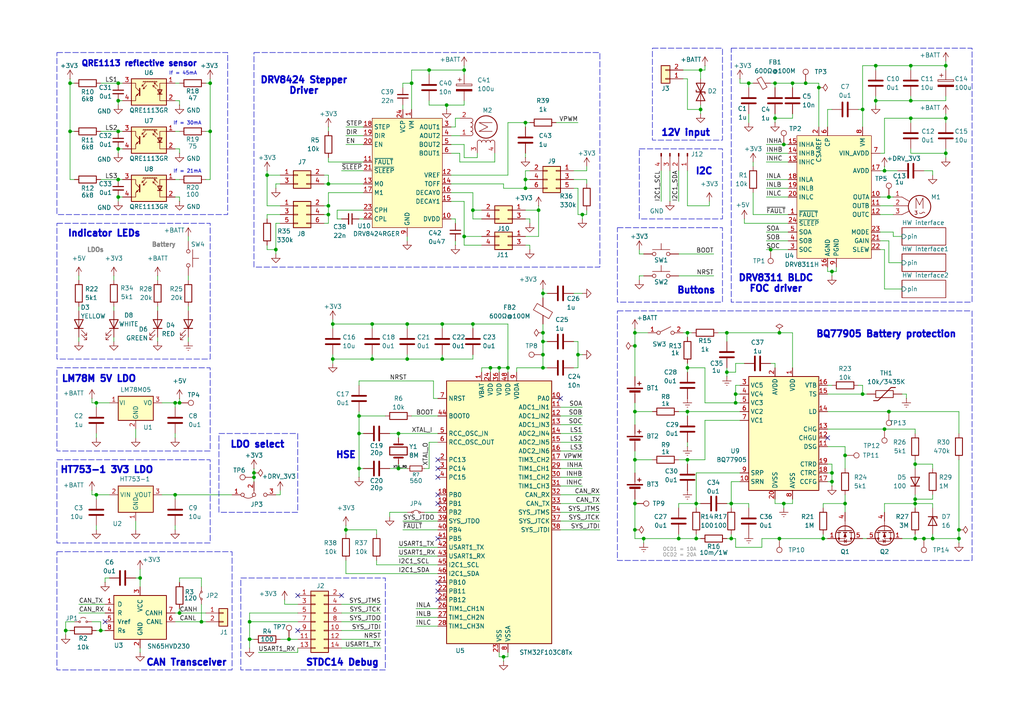
<source format=kicad_sch>
(kicad_sch (version 20250114) (generator "eeschema") (generator_version "9.0")
  (paper "A4")
  (title_block (title "STM32F1 Battery POC") (date "2025-12-12") (rev "01") (company "Rémi Ait-Younes"))
  (rectangle (start 16.51 106.68) (end 60.96 130.81) (stroke (width 0) (type dash)))
  (rectangle (start 185.42 43.18) (end 209.55 63.5) (stroke (width 0) (type dash)))
  (rectangle (start 16.51 133.35) (end 60.96 157.48) (stroke (width 0) (type dash)))
  (rectangle (start 179.07 90.17) (end 281.94 162.56) (stroke (width 0) (type dash)))
  (rectangle (start 69.85 167.64) (end 111.76 194.31) (stroke (width 0) (type dash)))
  (rectangle (start 16.51 64.77) (end 60.96 104.14) (stroke (width 0) (type dash)))
  (rectangle (start 16.51 15.24) (end 66.04 62.23) (stroke (width 0) (type dash)))
  (rectangle (start 189.23 13.97) (end 209.55 40.64) (stroke (width 0) (type dash)))
  (rectangle (start 179.07 66.04) (end 209.55 87.63) (stroke (width 0) (type dash)))
  (rectangle (start 73.66 15.24) (end 173.99 77.47) (stroke (width 0) (type dash)))
  (rectangle (start 16.51 160.02) (end 67.31 194.31) (stroke (width 0) (type dash)))
  (rectangle (start 63.5 125.73) (end 86.36 148.59) (stroke (width 0) (type dash)))
  (rectangle (start 212.09 13.97) (end 281.94 87.63) (stroke (width 0) (type dash)))
  (text "Buttons" (at 201.93 84.328 0) (effects (font (size 1.905 1.905) (thickness 0.508) (bold yes))))
  (text "If = 21mA" (at 54.356 49.784 0) (effects (font (size 1.016 1.016))))
  (text "LDOs" (at 27.686 72.644 0) (effects (font (size 1.27 1.27) (thickness 0.508) (bold yes))))
  (text "BQ77905 Battery protection" (at 257.048 97.028 0) (effects (font (size 1.905 1.905) (thickness 0.508) (bold yes))))
  (text "QRE1113 reflective sensor" (at 40.386 18.542 0) (effects (font (size 1.651 1.651) (thickness 0.508) (bold yes))))
  (text "If = 45mA" (at 53.086 21.336 0) (effects (font (size 1.016 1.016))))
  (text "DRV8424 Stepper\nDriver" (at 88.138 24.892 0) (effects (font (size 1.905 1.905) (thickness 0.508) (bold yes))))
  (text "LDO select" (at 74.676 129.032 0) (effects (font (size 1.905 1.905) (thickness 0.508) (bold yes))))
  (text "LM78M 5V LDO" (at 28.702 109.982 0) (effects (font (size 1.905 1.905) (thickness 0.508) (bold yes))))
  (text "HSE" (at 100.33 132.08 0) (effects (font (size 1.905 1.905) (thickness 0.508) (bold yes))))
  (text "DRV8311 BLDC\nFOC driver" (at 225.044 82.296 0) (effects (font (size 1.905 1.905) (thickness 0.508) (bold yes))))
  (text "OCD1 = 10A\nOCD2 = 20A" (at 197.104 160.274 0) (effects (font (size 1.016 1.016) (thickness 0.127))))
  (text "STDC14 Debug" (at 99.314 192.278 0) (effects (font (size 1.905 1.905) (thickness 0.508) (bold yes))))
  (text "12V input" (at 198.882 38.608 0) (effects (font (size 1.905 1.905) (thickness 0.508) (bold yes))))
  (text "Battery" (at 47.498 71.12 0) (effects (font (size 1.27 1.27) (thickness 0.508) (bold yes))))
  (text "If = 30mA" (at 54.356 35.814 0) (effects (font (size 1.016 1.016))))
  (text "I2C" (at 204.216 49.784 0) (effects (font (size 1.905 1.905) (thickness 0.508) (bold yes))))
  (text "HT753-1 3V3 LDO" (at 30.988 136.398 0) (effects (font (size 1.905 1.905) (thickness 0.508) (bold yes))))
  (text "Indicator LEDs" (at 30.226 67.818 0) (effects (font (size 1.905 1.905) (thickness 0.508) (bold yes))))
  (text "CAN Transceiver" (at 54.102 192.278 0) (effects (font (size 1.905 1.905) (thickness 0.508) (bold yes))))
  (junction (at 265.43 144.78))
  (junction (at 134.62 68.58))
  (junction (at 147.32 106.68))
  (junction (at 274.32 19.05))
  (junction (at 184.15 146.05))
  (junction (at 146.05 190.5))
  (junction (at 95.25 53.34))
  (junction (at 142.24 106.68))
  (junction (at 96.52 93.98))
  (junction (at 156.21 60.96))
  (junction (at 212.09 146.05))
  (junction (at 157.48 102.87))
  (junction (at 104.14 125.73))
  (junction (at 124.46 20.32))
  (junction (at 77.47 50.8))
  (junction (at 128.27 93.98))
  (junction (at 168.91 62.23))
  (junction (at 118.11 104.14))
  (junction (at 212.09 156.21))
  (junction (at 241.3 78.74))
  (junction (at 213.36 114.3))
  (junction (at 73.66 137.16))
  (junction (at 115.57 135.89))
  (junction (at 157.48 106.68))
  (junction (at 34.29 29.21))
  (junction (at 20.32 24.13))
  (junction (at 58.42 180.34))
  (junction (at 29.21 182.88))
  (junction (at 50.8 143.51))
  (junction (at 95.25 62.23))
  (junction (at 96.52 104.14))
  (junction (at 265.43 146.05))
  (junction (at 27.94 143.51))
  (junction (at 227.33 41.91))
  (junction (at 257.81 119.38))
  (junction (at 83.82 185.42))
  (junction (at 274.32 44.45))
  (junction (at 152.4 54.61))
  (junction (at 265.43 134.62))
  (junction (at 157.48 85.09))
  (junction (at 184.15 133.35))
  (junction (at 107.95 104.14))
  (junction (at 152.4 52.07))
  (junction (at 34.29 52.07))
  (junction (at 34.29 43.18))
  (junction (at 119.38 24.13))
  (junction (at 196.85 156.21))
  (junction (at 223.52 72.39))
  (junction (at 128.27 104.14))
  (junction (at 224.79 34.29))
  (junction (at 100.33 153.67))
  (junction (at 129.54 30.48))
  (junction (at 137.16 60.96))
  (junction (at 34.29 57.15))
  (junction (at 73.66 138.43))
  (junction (at 52.07 116.84))
  (junction (at 104.14 120.65))
  (junction (at 203.2 20.32))
  (junction (at 264.16 19.05))
  (junction (at 199.39 119.38))
  (junction (at 270.51 156.21))
  (junction (at 157.48 99.06))
  (junction (at 245.11 146.05))
  (junction (at 227.33 146.05))
  (junction (at 203.2 31.75))
  (junction (at 245.11 132.08))
  (junction (at 137.16 93.98))
  (junction (at 278.13 153.67))
  (junction (at 40.64 167.64))
  (junction (at 257.81 57.15))
  (junction (at 241.3 139.7))
  (junction (at 184.15 96.52))
  (junction (at 224.79 24.13))
  (junction (at 256.54 124.46))
  (junction (at 107.95 93.98))
  (junction (at 254 29.21))
  (junction (at 118.11 93.98))
  (junction (at 238.76 156.21))
  (junction (at 250.19 114.3))
  (junction (at 104.14 135.89))
  (junction (at 152.4 35.56))
  (junction (at 184.15 100.33))
  (junction (at 167.64 102.87))
  (junction (at 34.29 24.13))
  (junction (at 264.16 34.29))
  (junction (at 201.93 156.21))
  (junction (at 265.43 156.21))
  (junction (at 278.13 156.21))
  (junction (at 241.3 137.16))
  (junction (at 72.39 180.34))
  (junction (at 256.54 49.53))
  (junction (at 72.39 185.42))
  (junction (at 60.96 24.13))
  (junction (at 210.82 96.52))
  (junction (at 80.01 72.39))
  (junction (at 237.49 25.4))
  (junction (at 201.93 146.05))
  (junction (at 115.57 125.73))
  (junction (at 20.32 38.1))
  (junction (at 264.16 29.21))
  (junction (at 210.82 107.95))
  (junction (at 184.15 153.67))
  (junction (at 217.17 24.13))
  (junction (at 134.62 20.32))
  (junction (at 233.68 24.13))
  (junction (at 34.29 38.1))
  (junction (at 250.19 31.75))
  (junction (at 50.8 116.84))
  (junction (at 199.39 96.52))
  (junction (at 144.78 106.68))
  (junction (at 19.05 182.88))
  (junction (at 184.15 119.38))
  (junction (at 254 19.05))
  (junction (at 199.39 133.35))
  (junction (at 274.32 34.29))
  (junction (at 95.25 59.69))
  (junction (at 199.39 106.68))
  (junction (at 213.36 116.84))
  (junction (at 226.06 96.52))
  (junction (at 60.96 38.1))
  (junction (at 226.06 156.21))
  (junction (at 229.87 24.13))
  (junction (at 27.94 116.84))
  (junction (at 186.69 156.21))
  (junction (at 267.97 156.21))
  (junction (at 157.48 96.52))
  (junction (at 52.07 177.8))
  (no_connect (at 127 133.35))
  (no_connect (at 127 138.43))
  (no_connect (at 86.36 172.72))
  (no_connect (at 162.56 115.57))
  (no_connect (at 30.48 180.34))
  (no_connect (at 127 156.21))
  (no_connect (at 99.06 172.72))
  (no_connect (at 127 168.91))
  (no_connect (at 127 146.05))
  (no_connect (at 127 171.45))
  (no_connect (at 127 173.99))
  (no_connect (at 127 143.51))
  (no_connect (at 240.03 127))
  (no_connect (at 127 135.89))
  (no_connect (at 86.36 182.88))
  (wire (pts (xy 222.25 46.99) (xy 228.6 46.99)))
  (wire (pts (xy 29.21 180.34) (xy 26.67 180.34)))
  (wire (pts (xy 222.25 69.85) (xy 228.6 69.85)))
  (wire (pts (xy 118.11 68.58) (xy 118.11 69.85)))
  (wire (pts (xy 167.64 102.87) (xy 167.64 99.06)))
  (wire (pts (xy 170.18 49.53) (xy 166.37 49.53)))
  (wire (pts (xy 35.56 57.15) (xy 34.29 57.15)))
  (wire (pts (xy 259.08 68.58) (xy 259.08 67.31)))
  (wire (pts (xy 142.24 106.68) (xy 139.7 106.68)))
  (wire (pts (xy 81.28 142.24) (xy 81.28 143.51)))
  (wire (pts (xy 166.37 54.61) (xy 167.64 54.61)))
  (wire (pts (xy 134.62 19.05) (xy 134.62 20.32)))
  (wire (pts (xy 52.07 29.21) (xy 50.8 29.21)))
  (wire (pts (xy 95.25 55.88) (xy 105.41 55.88)))
  (wire (pts (xy 95.25 64.77) (xy 95.25 62.23)))
  (wire (pts (xy 208.28 96.52) (xy 210.82 96.52)))
  (wire (pts (xy 58.42 170.18) (xy 58.42 167.64)))
  (wire (pts (xy 100.33 41.91) (xy 105.41 41.91)))
  (wire (pts (xy 156.21 60.96) (xy 156.21 68.58)))
  (wire (pts (xy 184.15 153.67) (xy 184.15 146.05)))
  (wire (pts (xy 86.36 189.23) (xy 86.36 187.96)))
  (wire (pts (xy 118.11 93.98) (xy 118.11 95.25)))
  (wire (pts (xy 170.18 48.26) (xy 170.18 49.53)))
  (wire (pts (xy 270.51 135.89) (xy 270.51 134.62)))
  (wire (pts (xy 104.14 63.5) (xy 105.41 63.5)))
  (wire (pts (xy 157.48 85.09) (xy 158.75 85.09)))
  (wire (pts (xy 82.55 175.26) (xy 82.55 173.99)))
  (wire (pts (xy 270.51 156.21) (xy 278.13 156.21)))
  (wire (pts (xy 226.06 156.21) (xy 238.76 156.21)))
  (wire (pts (xy 33.02 80.01) (xy 33.02 81.28)))
  (wire (pts (xy 220.98 156.21) (xy 226.06 156.21)))
  (wire (pts (xy 227.33 146.05) (xy 227.33 147.32)))
  (wire (pts (xy 184.15 95.25) (xy 184.15 96.52)))
  (wire (pts (xy 254 19.05) (xy 264.16 19.05)))
  (wire (pts (xy 147.32 35.56) (xy 152.4 35.56)))
  (wire (pts (xy 241.3 137.16) (xy 241.3 134.62)))
  (wire (pts (xy 242.57 77.47) (xy 242.57 78.74)))
  (wire (pts (xy 203.2 20.32) (xy 203.2 22.86)))
  (wire (pts (xy 80.01 64.77) (xy 81.28 64.77)))
  (wire (pts (xy 184.15 96.52) (xy 184.15 100.33)))
  (wire (pts (xy 26.67 142.24) (xy 26.67 143.51)))
  (wire (pts (xy 157.48 99.06) (xy 158.75 99.06)))
  (wire (pts (xy 274.32 35.56) (xy 274.32 34.29)))
  (wire (pts (xy 152.4 60.96) (xy 156.21 60.96)))
  (wire (pts (xy 184.15 133.35) (xy 184.15 137.16)))
  (wire (pts (xy 222.25 72.39) (xy 223.52 72.39)))
  (wire (pts (xy 153.67 63.5) (xy 153.67 64.77)))
  (wire (pts (xy 262.89 115.57) (xy 262.89 114.3)))
  (wire (pts (xy 19.05 182.88) (xy 19.05 184.15)))
  (wire (pts (xy 40.64 167.64) (xy 40.64 170.18)))
  (wire (pts (xy 264.16 29.21) (xy 264.16 27.94)))
  (wire (pts (xy 134.62 30.48) (xy 134.62 29.21)))
  (wire (pts (xy 50.8 52.07) (xy 52.07 52.07)))
  (wire (pts (xy 134.62 58.42) (xy 134.62 68.58)))
  (wire (pts (xy 264.16 19.05) (xy 274.32 19.05)))
  (wire (pts (xy 267.97 156.21) (xy 270.51 156.21)))
  (wire (pts (xy 213.36 158.75) (xy 220.98 158.75)))
  (wire (pts (xy 173.99 148.59) (xy 162.56 148.59)))
  (wire (pts (xy 254 19.05) (xy 254 20.32)))
  (wire (pts (xy 20.32 38.1) (xy 20.32 52.07)))
  (wire (pts (xy 173.99 146.05) (xy 162.56 146.05)))
  (wire (pts (xy 170.18 62.23) (xy 170.18 60.96)))
  (wire (pts (xy 58.42 180.34) (xy 59.69 180.34)))
  (wire (pts (xy 245.11 135.89) (xy 245.11 132.08)))
  (wire (pts (xy 113.03 135.89) (xy 115.57 135.89)))
  (wire (pts (xy 167.64 99.06) (xy 166.37 99.06)))
  (wire (pts (xy 196.85 156.21) (xy 201.93 156.21)))
  (wire (pts (xy 201.93 146.05) (xy 203.2 146.05)))
  (wire (pts (xy 240.03 124.46) (xy 256.54 124.46)))
  (wire (pts (xy 50.8 180.34) (xy 58.42 180.34)))
  (wire (pts (xy 73.66 138.43) (xy 73.66 137.16)))
  (wire (pts (xy 134.62 71.12) (xy 139.7 71.12)))
  (wire (pts (xy 222.25 44.45) (xy 228.6 44.45)))
  (wire (pts (xy 213.36 107.95) (xy 210.82 107.95)))
  (wire (pts (xy 59.69 24.13) (xy 60.96 24.13)))
  (wire (pts (xy 217.17 33.02) (xy 217.17 35.56)))
  (wire (pts (xy 125.73 115.57) (xy 127 115.57)))
  (wire (pts (xy 33.02 99.06) (xy 33.02 97.79)))
  (wire (pts (xy 52.07 29.21) (xy 52.07 30.48)))
  (wire (pts (xy 168.91 128.27) (xy 162.56 128.27)))
  (wire (pts (xy 274.32 44.45) (xy 264.16 44.45)))
  (wire (pts (xy 96.52 104.14) (xy 96.52 102.87)))
  (wire (pts (xy 241.3 80.01) (xy 241.3 78.74)))
  (wire (pts (xy 264.16 19.05) (xy 264.16 20.32)))
  (wire (pts (xy 250.19 156.21) (xy 251.46 156.21)))
  (wire (pts (xy 77.47 63.5) (xy 77.47 62.23)))
  (wire (pts (xy 96.52 93.98) (xy 107.95 93.98)))
  (wire (pts (xy 250.19 111.76) (xy 248.92 111.76)))
  (wire (pts (xy 256.54 44.45) (xy 255.27 44.45)))
  (wire (pts (xy 147.32 190.5) (xy 146.05 190.5)))
  (wire (pts (xy 96.52 93.98) (xy 96.52 95.25)))
  (wire (pts (xy 203.2 31.75) (xy 199.39 31.75)))
  (wire (pts (xy 115.57 161.29) (xy 127 161.29)))
  (wire (pts (xy 168.91 125.73) (xy 162.56 125.73)))
  (wire (pts (xy 20.32 22.86) (xy 20.32 24.13)))
  (wire (pts (xy 161.29 35.56) (xy 167.64 35.56)))
  (wire (pts (xy 240.03 77.47) (xy 240.03 78.74)))
  (wire (pts (xy 50.8 38.1) (xy 52.07 38.1)))
  (wire (pts (xy 200.66 96.52) (xy 199.39 96.52)))
  (wire (pts (xy 33.02 90.17) (xy 33.02 88.9)))
  (wire (pts (xy 149.86 107.95) (xy 149.86 106.68)))
  (wire (pts (xy 130.81 44.45) (xy 133.35 44.45)))
  (wire (pts (xy 34.29 52.07) (xy 35.56 52.07)))
  (wire (pts (xy 248.92 31.75) (xy 250.19 31.75)))
  (wire (pts (xy 118.11 93.98) (xy 128.27 93.98)))
  (wire (pts (xy 120.65 176.53) (xy 127 176.53)))
  (wire (pts (xy 256.54 124.46) (xy 265.43 124.46)))
  (wire (pts (xy 60.96 38.1) (xy 60.96 52.07)))
  (wire (pts (xy 110.49 175.26) (xy 99.06 175.26)))
  (wire (pts (xy 199.39 59.69) (xy 199.39 49.53)))
  (wire (pts (xy 173.99 151.13) (xy 162.56 151.13)))
  (wire (pts (xy 72.39 177.8) (xy 72.39 180.34)))
  (wire (pts (xy 132.08 34.29) (xy 132.08 36.83)))
  (wire (pts (xy 58.42 167.64) (xy 52.07 167.64)))
  (wire (pts (xy 199.39 22.86) (xy 198.12 22.86)))
  (wire (pts (xy 265.43 156.21) (xy 267.97 156.21)))
  (wire (pts (xy 124.46 29.21) (xy 124.46 30.48)))
  (wire (pts (xy 250.19 19.05) (xy 254 19.05)))
  (wire (pts (xy 224.79 105.41) (xy 223.52 105.41)))
  (wire (pts (xy 134.62 68.58) (xy 134.62 71.12)))
  (wire (pts (xy 39.37 151.13) (xy 39.37 153.67)))
  (wire (pts (xy 168.91 62.23) (xy 168.91 63.5)))
  (wire (pts (xy 146.05 53.34) (xy 130.81 53.34)))
  (wire (pts (xy 212.09 139.7) (xy 212.09 146.05)))
  (wire (pts (xy 100.33 36.83) (xy 105.41 36.83)))
  (wire (pts (xy 93.98 59.69) (xy 95.25 59.69)))
  (wire (pts (xy 93.98 53.34) (xy 95.25 53.34)))
  (wire (pts (xy 222.25 54.61) (xy 228.6 54.61)))
  (wire (pts (xy 40.64 165.1) (xy 40.64 167.64)))
  (wire (pts (xy 144.78 190.5) (xy 144.78 189.23)))
  (wire (pts (xy 240.03 36.83) (xy 240.03 31.75)))
  (wire (pts (xy 264.16 29.21) (xy 274.32 29.21)))
  (wire (pts (xy 21.59 180.34) (xy 19.05 180.34)))
  (wire (pts (xy 52.07 57.15) (xy 52.07 58.42)))
  (wire (pts (xy 138.43 45.72) (xy 134.62 45.72)))
  (wire (pts (xy 52.07 176.53) (xy 52.07 177.8)))
  (wire (pts (xy 199.39 106.68) (xy 204.47 106.68)))
  (wire (pts (xy 270.51 154.94) (xy 270.51 156.21)))
  (wire (pts (xy 224.79 24.13) (xy 229.87 24.13)))
  (wire (pts (xy 199.39 96.52) (xy 199.39 97.79)))
  (wire (pts (xy 113.03 148.59) (xy 118.11 148.59)))
  (wire (pts (xy 274.32 29.21) (xy 274.32 27.94)))
  (wire (pts (xy 229.87 106.68) (xy 229.87 96.52)))
  (wire (pts (xy 29.21 182.88) (xy 29.21 180.34)))
  (wire (pts (xy 261.62 156.21) (xy 265.43 156.21)))
  (wire (pts (xy 167.64 54.61) (xy 167.64 62.23)))
  (wire (pts (xy 152.4 49.53) (xy 152.4 52.07)))
  (wire (pts (xy 210.82 156.21) (xy 212.09 156.21)))
  (wire (pts (xy 52.07 57.15) (xy 50.8 57.15)))
  (wire (pts (xy 261.62 83.82) (xy 256.54 83.82)))
  (wire (pts (xy 124.46 30.48) (xy 129.54 30.48)))
  (wire (pts (xy 113.03 125.73) (xy 115.57 125.73)))
  (wire (pts (xy 137.16 55.88) (xy 137.16 60.96)))
  (wire (pts (xy 264.16 44.45) (xy 264.16 43.18)))
  (wire (pts (xy 97.79 63.5) (xy 99.06 63.5)))
  (wire (pts (xy 147.32 189.23) (xy 147.32 190.5)))
  (wire (pts (xy 213.36 156.21) (xy 213.36 158.75)))
  (wire (pts (xy 110.49 185.42) (xy 99.06 185.42)))
  (wire (pts (xy 72.39 185.42) (xy 72.39 187.96)))
  (wire (pts (xy 52.07 43.18) (xy 50.8 43.18)))
  (wire (pts (xy 81.28 143.51) (xy 80.01 143.51)))
  (wire (pts (xy 45.72 88.9) (xy 45.72 90.17)))
  (wire (pts (xy 134.62 20.32) (xy 124.46 20.32)))
  (wire (pts (xy 137.16 60.96) (xy 137.16 63.5)))
  (wire (pts (xy 254 29.21) (xy 264.16 29.21)))
  (wire (pts (xy 213.36 105.41) (xy 213.36 107.95)))
  (wire (pts (xy 245.11 148.59) (xy 245.11 146.05)))
  (wire (pts (xy 134.62 41.91) (xy 130.81 41.91)))
  (wire (pts (xy 22.86 80.01) (xy 22.86 81.28)))
  (wire (pts (xy 104.14 120.65) (xy 111.76 120.65)))
  (wire (pts (xy 22.86 175.26) (xy 30.48 175.26)))
  (wire (pts (xy 80.01 54.61) (xy 80.01 53.34)))
  (wire (pts (xy 261.62 68.58) (xy 259.08 68.58)))
  (wire (pts (xy 201.93 156.21) (xy 203.2 156.21)))
  (wire (pts (xy 213.36 116.84) (xy 214.63 116.84)))
  (wire (pts (xy 238.76 146.05) (xy 238.76 147.32)))
  (wire (pts (xy 245.11 146.05) (xy 238.76 146.05)))
  (wire (pts (xy 22.86 97.79) (xy 22.86 99.06)))
  (wire (pts (xy 214.63 139.7) (xy 212.09 139.7)))
  (wire (pts (xy 26.67 116.84) (xy 27.94 116.84)))
  (wire (pts (xy 116.84 30.48) (xy 116.84 31.75)))
  (wire (pts (xy 224.79 34.29) (xy 224.79 33.02)))
  (wire (pts (xy 186.69 157.48) (xy 186.69 156.21)))
  (wire (pts (xy 184.15 119.38) (xy 189.23 119.38)))
  (wire (pts (xy 96.52 105.41) (xy 96.52 104.14)))
  (wire (pts (xy 157.48 93.98) (xy 157.48 96.52)))
  (wire (pts (xy 138.43 44.45) (xy 138.43 45.72)))
  (wire (pts (xy 218.44 46.99) (xy 218.44 48.26)))
  (wire (pts (xy 50.8 116.84) (xy 52.07 116.84)))
  (wire (pts (xy 196.85 49.53) (xy 196.85 58.42)))
  (wire (pts (xy 77.47 49.53) (xy 77.47 50.8)))
  (wire (pts (xy 119.38 20.32) (xy 124.46 20.32)))
  (wire (pts (xy 104.14 125.73) (xy 105.41 125.73)))
  (wire (pts (xy 152.4 44.45) (xy 152.4 45.72)))
  (wire (pts (xy 77.47 72.39) (xy 80.01 72.39)))
  (wire (pts (xy 34.29 38.1) (xy 35.56 38.1)))
  (wire (pts (xy 214.63 114.3) (xy 213.36 114.3)))
  (wire (pts (xy 132.08 36.83) (xy 130.81 36.83)))
  (wire (pts (xy 120.65 179.07) (xy 127 179.07)))
  (wire (pts (xy 168.91 140.97) (xy 162.56 140.97)))
  (wire (pts (xy 59.69 52.07) (xy 60.96 52.07)))
  (wire (pts (xy 80.01 73.66) (xy 80.01 72.39)))
  (wire (pts (xy 153.67 71.12) (xy 152.4 71.12)))
  (wire (pts (xy 201.93 137.16) (xy 214.63 137.16)))
  (wire (pts (xy 201.93 146.05) (xy 201.93 147.32)))
  (wire (pts (xy 262.89 114.3) (xy 261.62 114.3)))
  (wire (pts (xy 257.81 119.38) (xy 240.03 119.38)))
  (wire (pts (xy 132.08 34.29) (xy 133.35 34.29)))
  (wire (pts (xy 254 30.48) (xy 254 29.21)))
  (wire (pts (xy 184.15 133.35) (xy 189.23 133.35)))
  (wire (pts (xy 20.32 52.07) (xy 21.59 52.07)))
  (wire (pts (xy 60.96 24.13) (xy 60.96 22.86)))
  (wire (pts (xy 199.39 106.68) (xy 199.39 107.95)))
  (wire (pts (xy 116.84 151.13) (xy 127 151.13)))
  (wire (pts (xy 146.05 190.5) (xy 144.78 190.5)))
  (wire (pts (xy 20.32 182.88) (xy 19.05 182.88)))
  (wire (pts (xy 213.36 111.76) (xy 214.63 111.76)))
  (wire (pts (xy 241.3 78.74) (xy 240.03 78.74)))
  (wire (pts (xy 77.47 71.12) (xy 77.47 72.39)))
  (wire (pts (xy 100.33 152.4) (xy 100.33 153.67)))
  (wire (pts (xy 130.81 50.8) (xy 147.32 50.8)))
  (wire (pts (xy 137.16 104.14) (xy 137.16 102.87)))
  (wire (pts (xy 152.4 68.58) (xy 156.21 68.58)))
  (wire (pts (xy 250.19 19.05) (xy 250.19 31.75)))
  (wire (pts (xy 116.84 25.4) (xy 116.84 24.13)))
  (wire (pts (xy 270.51 146.05) (xy 270.51 147.32)))
  (wire (pts (xy 93.98 64.77) (xy 95.25 64.77)))
  (wire (pts (xy 256.54 49.53) (xy 255.27 49.53)))
  (wire (pts (xy 222.25 67.31) (xy 228.6 67.31)))
  (wire (pts (xy 229.87 146.05) (xy 227.33 146.05)))
  (wire (pts (xy 142.24 107.95) (xy 142.24 106.68)))
  (wire (pts (xy 222.25 57.15) (xy 228.6 57.15)))
  (wire (pts (xy 123.19 148.59) (xy 127 148.59)))
  (wire (pts (xy 170.18 62.23) (xy 168.91 62.23)))
  (wire (pts (xy 54.61 68.58) (xy 54.61 69.85)))
  (wire (pts (xy 118.11 135.89) (xy 115.57 135.89)))
  (wire (pts (xy 255.27 59.69) (xy 259.08 59.69)))
  (wire (pts (xy 245.11 143.51) (xy 245.11 146.05)))
  (wire (pts (xy 153.67 71.12) (xy 153.67 72.39)))
  (wire (pts (xy 250.19 31.75) (xy 250.19 36.83)))
  (wire (pts (xy 146.05 54.61) (xy 146.05 53.34)))
  (wire (pts (xy 238.76 154.94) (xy 238.76 156.21)))
  (wire (pts (xy 50.8 152.4) (xy 50.8 153.67)))
  (wire (pts (xy 34.29 24.13) (xy 35.56 24.13)))
  (wire (pts (xy 226.06 96.52) (xy 210.82 96.52)))
  (wire (pts (xy 52.07 115.57) (xy 52.07 116.84)))
  (wire (pts (xy 27.94 152.4) (xy 27.94 153.67)))
  (wire (pts (xy 250.19 114.3) (xy 250.19 111.76)))
  (wire (pts (xy 134.62 45.72) (xy 134.62 41.91)))
  (wire (pts (xy 224.79 146.05) (xy 224.79 144.78)))
  (wire (pts (xy 35.56 29.21) (xy 34.29 29.21)))
  (wire (pts (xy 95.25 62.23) (xy 93.98 62.23)))
  (wire (pts (xy 184.15 156.21) (xy 184.15 153.67)))
  (wire (pts (xy 265.43 146.05) (xy 256.54 146.05)))
  (wire (pts (xy 265.43 124.46) (xy 265.43 125.73)))
  (wire (pts (xy 52.07 43.18) (xy 52.07 44.45)))
  (wire (pts (xy 29.21 38.1) (xy 34.29 38.1)))
  (wire (pts (xy 107.95 93.98) (xy 118.11 93.98)))
  (wire (pts (xy 59.69 38.1) (xy 60.96 38.1)))
  (wire (pts (xy 185.42 80.01) (xy 186.69 80.01)))
  (wire (pts (xy 30.48 167.64) (xy 30.48 168.91)))
  (wire (pts (xy 217.17 147.32) (xy 217.17 146.05)))
  (wire (pts (xy 196.85 146.05) (xy 196.85 147.32)))
  (wire (pts (xy 31.75 143.51) (xy 27.94 143.51)))
  (wire (pts (xy 186.69 156.21) (xy 184.15 156.21)))
  (wire (pts (xy 168.91 135.89) (xy 162.56 135.89)))
  (wire (pts (xy 147.32 107.95) (xy 147.32 106.68)))
  (wire (pts (xy 237.49 25.4) (xy 237.49 36.83)))
  (wire (pts (xy 95.25 59.69) (xy 95.25 55.88)))
  (wire (pts (xy 104.14 119.38) (xy 104.14 120.65)))
  (wire (pts (xy 50.8 143.51) (xy 67.31 143.51)))
  (wire (pts (xy 224.79 34.29) (xy 224.79 35.56)))
  (wire (pts (xy 270.51 49.53) (xy 267.97 49.53)))
  (wire (pts (xy 110.49 180.34) (xy 99.06 180.34)))
  (wire (pts (xy 77.47 50.8) (xy 81.28 50.8)))
  (wire (pts (xy 257.81 76.2) (xy 261.62 76.2)))
  (wire (pts (xy 256.54 146.05) (xy 256.54 148.59)))
  (wire (pts (xy 74.93 189.23) (xy 86.36 189.23)))
  (wire (pts (xy 118.11 102.87) (xy 118.11 104.14)))
  (wire (pts (xy 104.14 110.49) (xy 125.73 110.49)))
  (wire (pts (xy 237.49 24.13) (xy 237.49 25.4)))
  (wire (pts (xy 132.08 69.85) (xy 132.08 71.12)))
  (wire (pts (xy 201.93 154.94) (xy 201.93 156.21)))
  (wire (pts (xy 184.15 116.84) (xy 184.15 119.38)))
  (wire (pts (xy 45.72 80.01) (xy 45.72 81.28)))
  (wire (pts (xy 278.13 119.38) (xy 257.81 119.38)))
  (wire (pts (xy 242.57 78.74) (xy 241.3 78.74)))
  (wire (pts (xy 104.14 120.65) (xy 104.14 125.73)))
  (wire (pts (xy 100.33 39.37) (xy 105.41 39.37)))
  (wire (pts (xy 184.15 123.19) (xy 184.15 119.38)))
  (wire (pts (xy 196.85 154.94) (xy 196.85 156.21)))
  (wire (pts (xy 72.39 180.34) (xy 72.39 185.42)))
  (wire (pts (xy 77.47 62.23) (xy 81.28 62.23)))
  (wire (pts (xy 124.46 135.89) (xy 123.19 135.89)))
  (wire (pts (xy 166.37 52.07) (xy 170.18 52.07)))
  (wire (pts (xy 215.9 105.41) (xy 213.36 105.41)))
  (wire (pts (xy 240.03 31.75) (xy 241.3 31.75)))
  (wire (pts (xy 203.2 30.48) (xy 203.2 31.75)))
  (wire (pts (xy 144.78 106.68) (xy 144.78 107.95)))
  (wire (pts (xy 40.64 187.96) (xy 40.64 189.23)))
  (wire (pts (xy 39.37 124.46) (xy 39.37 127)))
  (wire (pts (xy 109.22 162.56) (xy 109.22 163.83)))
  (wire (pts (xy 147.32 93.98) (xy 137.16 93.98)))
  (wire (pts (xy 270.51 144.78) (xy 265.43 144.78)))
  (wire (pts (xy 256.54 48.26) (xy 256.54 49.53)))
  (wire (pts (xy 255.27 62.23) (xy 259.08 62.23)))
  (wire (pts (xy 204.47 116.84) (xy 204.47 106.68)))
  (wire (pts (xy 139.7 106.68) (xy 139.7 107.95)))
  (wire (pts (xy 257.81 57.15) (xy 259.08 57.15)))
  (wire (pts (xy 50.8 116.84) (xy 46.99 116.84)))
  (wire (pts (xy 129.54 30.48) (xy 129.54 31.75)))
  (wire (pts (xy 173.99 143.51) (xy 162.56 143.51)))
  (wire (pts (xy 81.28 59.69) (xy 77.47 59.69)))
  (wire (pts (xy 100.33 153.67) (xy 100.33 154.94)))
  (wire (pts (xy 31.75 116.84) (xy 27.94 116.84)))
  (wire (pts (xy 245.11 129.54) (xy 240.03 129.54)))
  (wire (pts (xy 22.86 90.17) (xy 22.86 88.9)))
  (wire (pts (xy 95.25 53.34) (xy 105.41 53.34)))
  (wire (pts (xy 214.63 22.86) (xy 214.63 24.13)))
  (wire (pts (xy 157.48 102.87) (xy 157.48 106.68)))
  (wire (pts (xy 199.39 133.35) (xy 199.39 134.62)))
  (wire (pts (xy 50.8 177.8) (xy 52.07 177.8)))
  (wire (pts (xy 203.2 31.75) (xy 203.2 33.02)))
  (wire (pts (xy 186.69 73.66) (xy 185.42 73.66)))
  (wire (pts (xy 26.67 115.57) (xy 26.67 116.84)))
  (wire (pts (xy 210.82 107.95) (xy 210.82 109.22)))
  (wire (pts (xy 72.39 180.34) (xy 86.36 180.34)))
  (wire (pts (xy 113.03 149.86) (xy 113.03 148.59)))
  (wire (pts (xy 26.67 143.51) (xy 27.94 143.51)))
  (wire (pts (xy 128.27 102.87) (xy 128.27 104.14)))
  (wire (pts (xy 278.13 156.21) (xy 278.13 157.48)))
  (wire (pts (xy 167.64 102.87) (xy 168.91 102.87)))
  (wire (pts (xy 99.06 49.53) (xy 105.41 49.53)))
  (wire (pts (xy 46.99 143.51) (xy 50.8 143.51)))
  (wire (pts (xy 80.01 72.39) (xy 80.01 64.77)))
  (wire (pts (xy 144.78 106.68) (xy 142.24 106.68)))
  (wire (pts (xy 191.77 49.53) (xy 191.77 58.42)))
  (wire (pts (xy 233.68 24.13) (xy 237.49 24.13)))
  (wire (pts (xy 80.01 53.34) (xy 81.28 53.34)))
  (wire (pts (xy 109.22 154.94) (xy 109.22 153.67)))
  (wire (pts (xy 115.57 125.73) (xy 115.57 127)))
  (wire (pts (xy 257.81 69.85) (xy 257.81 76.2)))
  (wire (pts (xy 134.62 21.59) (xy 134.62 20.32)))
  (wire (pts (xy 274.32 19.05) (xy 274.32 20.32)))
  (wire (pts (xy 95.25 50.8) (xy 95.25 53.34)))
  (wire (pts (xy 107.95 102.87) (xy 107.95 104.14)))
  (wire (pts (xy 212.09 156.21) (xy 213.36 156.21)))
  (wire (pts (xy 27.94 125.73) (xy 27.94 127)))
  (wire (pts (xy 54.61 88.9) (xy 54.61 90.17)))
  (wire (pts (xy 143.51 46.99) (xy 143.51 44.45)))
  (wire (pts (xy 153.67 52.07) (xy 152.4 52.07)))
  (wire (pts (xy 104.14 110.49) (xy 104.14 111.76)))
  (wire (pts (xy 96.52 104.14) (xy 107.95 104.14)))
  (wire (pts (xy 256.54 34.29) (xy 256.54 44.45)))
  (wire (pts (xy 107.95 93.98) (xy 107.95 95.25)))
  (wire (pts (xy 130.81 55.88) (xy 137.16 55.88)))
  (wire (pts (xy 27.94 116.84) (xy 27.94 118.11)))
  (wire (pts (xy 119.38 120.65) (xy 127 120.65)))
  (wire (pts (xy 146.05 54.61) (xy 152.4 54.61)))
  (wire (pts (xy 204.47 121.92) (xy 214.63 121.92)))
  (wire (pts (xy 278.13 125.73) (xy 278.13 119.38)))
  (wire (pts (xy 270.51 143.51) (xy 270.51 144.78)))
  (wire (pts (xy 168.91 130.81) (xy 162.56 130.81)))
  (wire (pts (xy 134.62 58.42) (xy 130.81 58.42)))
  (wire (pts (xy 255.27 57.15) (xy 257.81 57.15)))
  (wire (pts (xy 217.17 24.13) (xy 218.44 24.13)))
  (wire (pts (xy 184.15 96.52) (xy 187.96 96.52)))
  (wire (pts (xy 125.73 110.49) (xy 125.73 115.57)))
  (wire (pts (xy 27.94 182.88) (xy 29.21 182.88)))
  (wire (pts (xy 274.32 34.29) (xy 264.16 34.29)))
  (wire (pts (xy 116.84 153.67) (xy 127 153.67)))
  (wire (pts (xy 199.39 119.38) (xy 199.39 120.65)))
  (wire (pts (xy 222.25 41.91) (xy 227.33 41.91)))
  (wire (pts (xy 185.42 81.28) (xy 185.42 80.01)))
  (wire (pts (xy 218.44 62.23) (xy 228.6 62.23)))
  (wire (pts (xy 127 125.73) (xy 115.57 125.73)))
  (wire (pts (xy 156.21 59.69) (xy 156.21 60.96)))
  (wire (pts (xy 100.33 166.37) (xy 100.33 162.56)))
  (wire (pts (xy 167.64 62.23) (xy 168.91 62.23)))
  (wire (pts (xy 213.36 114.3) (xy 213.36 111.76)))
  (wire (pts (xy 265.43 154.94) (xy 265.43 156.21)))
  (wire (pts (xy 95.25 59.69) (xy 95.25 62.23)))
  (wire (pts (xy 204.47 20.32) (xy 203.2 20.32)))
  (wire (pts (xy 60.96 24.13) (xy 60.96 38.1)))
  (wire (pts (xy 229.87 96.52) (xy 226.06 96.52)))
  (wire (pts (xy 196.85 119.38) (xy 199.39 119.38)))
  (wire (pts (xy 99.06 182.88) (xy 110.49 182.88)))
  (wire (pts (xy 144.78 106.68) (xy 147.32 106.68)))
  (wire (pts (xy 166.37 106.68) (xy 167.64 106.68)))
  (wire (pts (xy 217.17 24.13) (xy 217.17 25.4)))
  (wire (pts (xy 73.66 138.43) (xy 73.66 139.7)))
  (wire (pts (xy 210.82 96.52) (xy 210.82 99.06)))
  (wire (pts (xy 152.4 35.56) (xy 152.4 36.83)))
  (wire (pts (xy 223.52 24.13) (xy 224.79 24.13)))
  (wire (pts (xy 129.54 30.48) (xy 134.62 30.48)))
  (wire (pts (xy 265.43 133.35) (xy 265.43 134.62)))
  (wire (pts (xy 77.47 59.69) (xy 77.47 50.8)))
  (wire (pts (xy 133.35 44.45) (xy 133.35 46.99)))
  (wire (pts (xy 95.25 36.83) (xy 95.25 38.1)))
  (wire (pts (xy 210.82 146.05) (xy 212.09 146.05)))
  (wire (pts (xy 39.37 167.64) (xy 40.64 167.64)))
  (wire (pts (xy 146.05 191.77) (xy 146.05 190.5)))
  (wire (pts (xy 184.15 100.33) (xy 184.15 109.22)))
  (wire (pts (xy 274.32 33.02) (xy 274.32 34.29)))
  (wire (pts (xy 118.11 104.14) (xy 128.27 104.14)))
  (wire (pts (xy 29.21 52.07) (xy 34.29 52.07)))
  (wire (pts (xy 152.4 52.07) (xy 152.4 54.61)))
  (wire (pts (xy 196.85 73.66) (xy 207.01 73.66)))
  (wire (pts (xy 139.7 60.96) (xy 137.16 60.96)))
  (wire (pts (xy 274.32 44.45) (xy 274.32 45.72)))
  (wire (pts (xy 52.07 167.64) (xy 52.07 168.91)))
  (wire (pts (xy 153.67 63.5) (xy 152.4 63.5)))
  (wire (pts (xy 149.86 106.68) (xy 157.48 106.68)))
  (wire (pts (xy 124.46 20.32) (xy 124.46 21.59)))
  (wire (pts (xy 54.61 80.01) (xy 54.61 81.28)))
  (wire (pts (xy 227.33 41.91) (xy 228.6 41.91)))
  (wire (pts (xy 224.79 34.29) (xy 229.87 34.29)))
  (wire (pts (xy 224.79 24.13) (xy 224.79 25.4)))
  (wire (pts (xy 115.57 158.75) (xy 127 158.75)))
  (wire (pts (xy 256.54 83.82) (xy 256.54 72.39)))
  (wire (pts (xy 83.82 185.42) (xy 86.36 185.42)))
  (wire (pts (xy 107.95 104.14) (xy 118.11 104.14)))
  (wire (pts (xy 210.82 106.68) (xy 210.82 107.95)))
  (wire (pts (xy 97.79 60.96) (xy 97.79 63.5)))
  (wire (pts (xy 45.72 97.79) (xy 45.72 99.06)))
  (wire (pts (xy 241.3 134.62) (xy 240.03 134.62)))
  (wire (pts (xy 245.11 132.08) (xy 245.11 129.54)))
  (wire (pts (xy 241.3 139.7) (xy 241.3 137.16)))
  (wire (pts (xy 19.05 180.34) (xy 19.05 182.88)))
  (wire (pts (xy 157.48 96.52) (xy 157.48 99.06)))
  (wire (pts (xy 199.39 133.35) (xy 204.47 133.35)))
  (wire (pts (xy 157.48 99.06) (xy 157.48 102.87)))
  (wire (pts (xy 124.46 128.27) (xy 124.46 135.89)))
  (wire (pts (xy 265.43 146.05) (xy 270.51 146.05)))
  (wire (pts (xy 256.54 72.39) (xy 255.27 72.39)))
  (wire (pts (xy 147.32 93.98) (xy 147.32 106.68)))
  (wire (pts (xy 204.47 19.05) (xy 204.47 20.32)))
  (wire (pts (xy 229.87 25.4) (xy 229.87 24.13)))
  (wire (pts (xy 35.56 43.18) (xy 34.29 43.18)))
  (wire (pts (xy 86.36 175.26) (xy 82.55 175.26)))
  (wire (pts (xy 54.61 97.79) (xy 54.61 99.06)))
  (wire (pts (xy 255.27 69.85) (xy 257.81 69.85)))
  (wire (pts (xy 157.48 85.09) (xy 157.48 86.36)))
  (wire (pts (xy 132.08 64.77) (xy 132.08 63.5)))
  (wire (pts (xy 166.37 85.09) (xy 168.91 85.09)))
  (wire (pts (xy 157.48 83.82) (xy 157.48 85.09)))
  (wire (pts (xy 241.3 139.7) (xy 240.03 139.7)))
  (wire (pts (xy 215.9 64.77) (xy 215.9 63.5)))
  (wire (pts (xy 265.43 144.78) (xy 265.43 146.05)))
  (wire (pts (xy 110.49 177.8) (xy 99.06 177.8)))
  (wire (pts (xy 220.98 158.75) (xy 220.98 156.21)))
  (wire (pts (xy 270.51 50.8) (xy 270.51 49.53)))
  (wire (pts (xy 133.35 46.99) (xy 143.51 46.99)))
  (wire (pts (xy 218.44 55.88) (xy 218.44 62.23)))
  (wire (pts (xy 52.07 24.13) (xy 50.8 24.13)))
  (wire (pts (xy 29.21 24.13) (xy 34.29 24.13)))
  (wire (pts (xy 147.32 35.56) (xy 147.32 50.8)))
  (wire (pts (xy 214.63 24.13) (xy 217.17 24.13)))
  (wire (pts (xy 20.32 24.13) (xy 20.32 38.1)))
  (wire (pts (xy 99.06 187.96) (xy 110.49 187.96)))
  (wire (pts (xy 205.74 58.42) (xy 205.74 59.69)))
  (wire (pts (xy 81.28 185.42) (xy 83.82 185.42)))
  (wire (pts (xy 96.52 92.71) (xy 96.52 93.98)))
  (wire (pts (xy 52.07 177.8) (xy 59.69 177.8)))
  (wire (pts (xy 132.08 63.5) (xy 130.81 63.5)))
  (wire (pts (xy 109.22 153.67) (xy 100.33 153.67)))
  (wire (pts (xy 50.8 125.73) (xy 50.8 127)))
  (wire (pts (xy 168.91 120.65) (xy 162.56 120.65)))
  (wire (pts (xy 153.67 54.61) (xy 152.4 54.61)))
  (wire (pts (xy 199.39 105.41) (xy 199.39 106.68)))
  (wire (pts (xy 212.09 154.94) (xy 212.09 156.21)))
  (wire (pts (xy 128.27 95.25) (xy 128.27 93.98)))
  (wire (pts (xy 50.8 118.11) (xy 50.8 116.84)))
  (wire (pts (xy 229.87 144.78) (xy 229.87 146.05)))
  (wire (pts (xy 105.41 46.99) (xy 95.25 46.99)))
  (wire (pts (xy 223.52 72.39) (xy 228.6 72.39)))
  (wire (pts (xy 20.32 38.1) (xy 21.59 38.1)))
  (wire (pts (xy 115.57 135.89) (xy 115.57 134.62)))
  (wire (pts (xy 93.98 50.8) (xy 95.25 50.8)))
  (wire (pts (xy 199.39 119.38) (xy 214.63 119.38)))
  (wire (pts (xy 256.54 49.53) (xy 260.35 49.53)))
  (wire (pts (xy 215.9 64.77) (xy 228.6 64.77)))
  (wire (pts (xy 186.69 156.21) (xy 196.85 156.21)))
  (wire (pts (xy 204.47 116.84) (xy 213.36 116.84)))
  (wire (pts (xy 50.8 144.78) (xy 50.8 143.51)))
  (wire (pts (xy 34.29 57.15) (xy 34.29 58.42)))
  (wire (pts (xy 167.64 106.68) (xy 167.64 102.87)))
  (wire (pts (xy 120.65 181.61) (xy 127 181.61)))
  (wire (pts (xy 199.39 22.86) (xy 199.39 31.75)))
  (wire (pts (xy 72.39 177.8) (xy 86.36 177.8)))
  (wire (pts (xy 240.03 114.3) (xy 250.19 114.3)))
  (wire (pts (xy 274.32 17.78) (xy 274.32 19.05)))
  (wire (pts (xy 100.33 166.37) (xy 127 166.37)))
  (wire (pts (xy 224.79 106.68) (xy 224.79 105.41)))
  (wire (pts (xy 137.16 93.98) (xy 137.16 95.25)))
  (wire (pts (xy 198.12 20.32) (xy 203.2 20.32)))
  (wire (pts (xy 168.91 138.43) (xy 162.56 138.43)))
  (wire (pts (xy 128.27 104.14) (xy 137.16 104.14)))
  (wire (pts (xy 158.75 106.68) (xy 157.48 106.68)))
  (wire (pts (xy 194.31 49.53) (xy 194.31 58.42)))
  (wire (pts (xy 259.08 67.31) (xy 255.27 67.31)))
  (wire (pts (xy 168.91 118.11) (xy 162.56 118.11)))
  (wire (pts (xy 173.99 153.67) (xy 162.56 153.67)))
  (wire (pts (xy 130.81 39.37) (xy 133.35 39.37)))
  (wire (pts (xy 34.29 43.18) (xy 34.29 44.45)))
  (wire (pts (xy 229.87 24.13) (xy 233.68 24.13)))
  (wire (pts (xy 217.17 146.05) (xy 212.09 146.05)))
  (wire (pts (xy 95.25 46.99) (xy 95.25 45.72)))
  (wire (pts (xy 227.33 146.05) (xy 224.79 146.05)))
  (wire (pts (xy 168.91 123.19) (xy 162.56 123.19)))
  (wire (pts (xy 104.14 135.89) (xy 105.41 135.89)))
  (wire (pts (xy 205.74 59.69) (xy 199.39 59.69)))
  (wire (pts (xy 184.15 130.81) (xy 184.15 133.35)))
  (wire (pts (xy 20.32 24.13) (xy 21.59 24.13)))
  (wire (pts (xy 196.85 80.01) (xy 207.01 80.01)))
  (wire (pts (xy 238.76 156.21) (xy 240.03 156.21)))
  (wire (pts (xy 213.36 114.3) (xy 213.36 116.84)))
  (wire (pts (xy 34.29 29.21) (xy 34.29 30.48)))
  (wire (pts (xy 201.93 137.16) (xy 201.93 146.05)))
  (wire (pts (xy 104.14 125.73) (xy 104.14 135.89)))
  (wire (pts (xy 185.42 73.66) (xy 185.42 72.39)))
  (wire (pts (xy 116.84 24.13) (xy 119.38 24.13)))
  (wire (pts (xy 204.47 133.35) (xy 204.47 121.92)))
  (wire (pts (xy 29.21 182.88) (xy 30.48 182.88)))
  (wire (pts (xy 212.09 146.05) (xy 212.09 147.32)))
  (wire (pts (xy 251.46 114.3) (xy 250.19 114.3)))
  (wire (pts (xy 241.3 140.97) (xy 241.3 139.7)))
  (wire (pts (xy 127 128.27) (xy 124.46 128.27)))
  (wire (pts (xy 105.41 60.96) (xy 97.79 60.96)))
  (wire (pts (xy 168.91 133.35) (xy 162.56 133.35)))
  (wire (pts (xy 152.4 35.56) (xy 153.67 35.56)))
  (wire (pts (xy 222.25 52.07) (xy 228.6 52.07)))
  (wire (pts (xy 134.62 68.58) (xy 139.7 68.58)))
  (wire (pts (xy 270.51 134.62) (xy 265.43 134.62)))
  (wire (pts (xy 58.42 180.34) (xy 58.42 175.26)))
  (wire (pts (xy 170.18 52.07) (xy 170.18 53.34)))
  (wire (pts (xy 27.94 143.51) (xy 27.94 144.78)))
  (wire (pts (xy 265.43 135.89) (xy 265.43 134.62)))
  (wire (pts (xy 109.22 163.83) (xy 127 163.83)))
  (wire (pts (xy 153.67 49.53) (xy 152.4 49.53)))
  (wire (pts (xy 139.7 63.5) (xy 137.16 63.5)))
  (wire (pts (xy 22.86 177.8) (xy 30.48 177.8)))
  (wire (pts (xy 278.13 133.35) (xy 278.13 153.67)))
  (wire (pts (xy 199.39 129.54) (xy 199.39 128.27)))
  (wire (pts (xy 104.14 135.89) (xy 104.14 138.43)))
  (wire (pts (xy 199.39 96.52) (xy 198.12 96.52)))
  (wire (pts (xy 72.39 185.42) (xy 73.66 185.42)))
  (wire (pts (xy 184.15 146.05) (xy 184.15 144.78)))
  (wire (pts (xy 240.03 111.76) (xy 241.3 111.76)))
  (wire (pts (xy 265.43 144.78) (xy 265.43 143.51)))
  (wire (pts (xy 256.54 34.29) (xy 264.16 34.29)))
  (wire (pts (xy 73.66 135.89) (xy 73.66 137.16)))
  (wire (pts (xy 265.43 147.32) (xy 265.43 146.05)))
  (wire (pts (xy 274.32 43.18) (xy 274.32 44.45)))
  (wire (pts (xy 119.38 31.75) (xy 119.38 24.13)))
  (wire (pts (xy 264.16 34.29) (xy 264.16 35.56)))
  (wire (pts (xy 229.87 33.02) (xy 229.87 34.29)))
  (wire (pts (xy 241.3 137.16) (xy 240.03 137.16)))
  (wire (pts (xy 119.38 24.13) (xy 119.38 20.32)))
  (wire (pts (xy 254 27.94) (xy 254 29.21)))
  (wire (pts (xy 278.13 153.67) (xy 278.13 156.21)))
  (wire (pts (xy 31.75 167.64) (xy 30.48 167.64)))
  (wire (pts (xy 201.93 146.05) (xy 196.85 146.05)))
  (wire (pts (xy 196.85 133.35) (xy 199.39 133.35)))
  (wire (pts (xy 137.16 93.98) (xy 128.27 93.98)))
  (label "USART1_TX" (at 115.57 158.75 0))
  (label "SYS_JTDO" (at 110.49 180.34 180))
  (label "XTAL_RO" (at 118.11 135.89 180) (effects (font (size 0.635 0.635))))
  (label "~{SLEEP}" (at 99.06 49.53 0))
  (label "I2C1_SDA" (at 196.85 58.42 90))
  (label "USART1_RX" (at 74.93 189.23 0))
  (label "SOA" (at 222.25 67.31 0))
  (label "CAN_RX" (at 22.86 177.8 0))
  (label "LS3" (at 30.48 52.07 0))
  (label "INHA" (at 168.91 135.89 180))
  (label "VPWM" (at 168.91 133.35 180))
  (label "DIR" (at 100.33 39.37 0))
  (label "INLC" (at 222.25 57.15 0))
  (label "SYS_JTDI" (at 173.99 153.67 180))
  (label "CAN_TX" (at 173.99 146.05 180))
  (label "INHC" (at 168.91 140.97 180))
  (label "I2C1_SCL" (at 115.57 163.83 0))
  (label "LS1" (at 168.91 125.73 180))
  (label "INHC" (at 222.25 46.99 0))
  (label "~{FAULT}" (at 116.84 153.67 0))
  (label "SYS_JTMS" (at 173.99 148.59 180))
  (label "SYS_JTCK" (at 110.49 177.8 180))
  (label "SOC" (at 222.25 72.39 0))
  (label "BOOT" (at 120.65 120.65 0))
  (label "CANL" (at 52.07 180.34 0))
  (label "CANH" (at 52.07 177.8 0))
  (label "NRST" (at 113.03 110.49 0))
  (label "SOB" (at 222.25 69.85 0))
  (label "SYS_JTDI" (at 110.49 182.88 180))
  (label "BOOT" (at 207.01 73.66 180))
  (label "LS1" (at 30.48 24.13 0))
  (label "EN" (at 100.33 41.91 0))
  (label "INLB" (at 120.65 179.07 0))
  (label "SOB" (at 168.91 120.65 180))
  (label "SYS_JTDO" (at 116.84 151.13 0))
  (label "INLA" (at 120.65 176.53 0))
  (label "NRST" (at 110.49 185.42 180))
  (label "INHB" (at 168.91 138.43 180))
  (label "LS3" (at 168.91 130.81 180))
  (label "INLB" (at 222.25 54.61 0))
  (label "SOC" (at 168.91 123.19 180))
  (label "USART1_TX" (at 110.49 187.96 180))
  (label "SYS_JTMS" (at 110.49 175.26 180))
  (label "NRST" (at 207.01 80.01 180))
  (label "CAN_RX" (at 173.99 143.51 180))
  (label "CAN_TX" (at 22.86 175.26 0))
  (label "VPWM" (at 167.64 35.56 180))
  (label "SOA" (at 168.91 118.11 180))
  (label "INHA" (at 222.25 41.91 0))
  (label "STEP" (at 100.33 36.83 0))
  (label "SYS_JTCK" (at 173.99 151.13 180))
  (label "INLC" (at 120.65 181.61 0))
  (label "LS2" (at 168.91 128.27 180))
  (label "I2C1_SCL" (at 191.77 58.42 90))
  (label "XTAL_O" (at 124.46 128.27 270))
  (label "XTAL_I" (at 119.38 125.73 0))
  (label "USART1_RX" (at 115.57 161.29 0))
  (label "I2C1_SDA" (at 115.57 166.37 0))
  (label "~{FAULT}" (at 222.25 62.23 0))
  (label "LS2" (at 30.48 38.1 0))
  (label "INHB" (at 222.25 44.45 0))
  (label "INLA" (at 222.25 52.07 0))
  (symbol (lib_id "Device:C") (at 96.52 99.06 0) (unit 1)
    (property "Reference" "C16" (at 99.314 97.79 0) (effects (justify left)))
    (property "Value" "10u" (at 99.314 100.33 0) (effects (justify left)))
    (property "Footprint" "Capacitor_SMD:C_0805_2012Metric" (effects (hide yes)))
    (property "Description" "Unpolarized capacitor" (effects (hide yes)))
    (property "Basic" "Y" (effects (hide yes)))
    (property "JLCPCB Part #" "C440198" (effects (hide yes)))
    (property "Manufacturer" "Murata" (effects (hide yes)))
    (property "Manufacturer Part Number" "GRM21BR61H106KE43L" (effects (hide yes)))
  )
  (symbol (lib_id "Device:R") (at 270.51 139.7 0) (mirror y) (unit 1)
    (property "Reference" "R29" (at 272.288 138.43 0) (effects (justify right)))
    (property "Value" "1M" (at 272.288 140.97 0) (effects (justify right)))
    (property "Footprint" "Resistor_SMD:R_0402_1005Metric" (effects (hide yes)))
    (property "Description" "Resistor" (effects (hide yes)))
    (property "Basic" "Y" (effects (hide yes)))
    (property "JLCPCB Part #" "C26083" (effects (hide yes)))
    (property "Manufacturer" "Uniroyal Elec" (effects (hide yes)))
    (property "Manufacturer Part Number" "0402WGF1004TCE" (effects (hide yes)))
  )
  (symbol (lib_id "power:GND") (at 168.91 63.5 0) (mirror y) (unit 1)
    (property "Reference" "#PWR083" (effects (hide yes)))
    (property "Value" "GND" (effects (hide yes)))
    (property "Description" "Power symbol creates a global label with name \"GND\" , ground" (effects (hide yes)))
  )
  (symbol (lib_id "Connector:TestPoint") (at 245.11 132.08 270) (unit 1) (in_bom no)
    (property "Reference" "TP11" (at 250.19 132.0799 90) (effects (justify left)))
    (property "Value" "TestPoint" (effects (hide yes)))
    (property "Footprint" "TestPoint:TestPoint_Pad_D2.0mm" (effects (hide yes)))
    (property "Description" "test point" (effects (hide yes)))
  )
  (symbol (lib_id "Device:R") (at 25.4 38.1 90) (unit 1)
    (property "Reference" "R11" (at 25.4 40.64 90))
    (property "Value" "6k8" (at 25.4 42.672 90))
    (property "Footprint" "Resistor_SMD:R_0603_1608Metric" (effects (hide yes)))
    (property "Description" "Resistor" (effects (hide yes)))
    (property "Basic" "Y" (effects (hide yes)))
    (property "JLCPCB Part #" "C23212" (effects (hide yes)))
    (property "Manufacturer" "Uniroyal Elec" (effects (hide yes)))
    (property "Manufacturer Part Number" "0603WAF6801T5E" (effects (hide yes)))
  )
  (symbol (lib_id "power:Earth") (at 199.39 142.24 0) (unit 1)
    (property "Reference" "#PWR048" (effects (hide yes)))
    (property "Value" "BGND" (effects (hide yes)))
    (property "Description" "Power symbol creates a global label with name \"Earth\"" (effects (hide yes)))
  )
  (symbol (lib_id "Device:R") (at 245.11 139.7 0) (mirror y) (unit 1)
    (property "Reference" "R24" (at 247.65 138.4299 0) (effects (justify right)))
    (property "Value" "5k1" (at 247.65 140.9699 0) (effects (justify right)))
    (property "Footprint" "Resistor_SMD:R_0402_1005Metric" (effects (hide yes)))
    (property "Description" "Resistor" (effects (hide yes)))
    (property "Manufacturer" "Uniroyal Elec" (effects (hide yes)))
    (property "Manufacturer Part Number" "0402WGF5101TCE" (effects (hide yes)))
    (property "Basic" "Y" (effects (hide yes)))
    (property "JLCPCB Part #" "C25905" (effects (hide yes)))
  )
  (symbol (lib_id "power:+5V") (at 215.9 63.5 0) (unit 1)
    (property "Reference" "#PWR03" (effects (hide yes)))
    (property "Value" "+5V" (at 215.392 59.436 0))
    (property "Description" "Power symbol creates a global label with name \"+5V\"" (effects (hide yes)))
  )
  (symbol (lib_id "Device:R") (at 193.04 119.38 90) (unit 1)
    (property "Reference" "R8" (at 193.04 115.062 90))
    (property "Value" "1k" (at 193.04 117.094 90))
    (property "Footprint" "Resistor_SMD:R_0402_1005Metric" (effects (hide yes)))
    (property "Description" "Resistor" (effects (hide yes)))
    (property "Basic" "Y" (effects (hide yes)))
    (property "JLCPCB Part #" "C11702" (effects (hide yes)))
    (property "Manufacturer" "Uniroyal Elec" (effects (hide yes)))
    (property "Manufacturer Part Number" "0402WGF1001TCE" (effects (hide yes)))
  )
  (symbol (lib_id "power:GND") (at 39.37 127 0) (unit 1)
    (property "Reference" "#PWR012" (effects (hide yes)))
    (property "Value" "GND" (effects (hide yes)))
    (property "Description" "Power symbol creates a global label with name \"GND\" , ground" (effects (hide yes)))
  )
  (symbol (lib_id "Device:R") (at 212.09 151.13 0) (unit 1)
    (property "Reference" "R17" (at 207.01 149.86 0) (effects (justify left)))
    (property "Value" "100" (at 207.01 152.4 0) (effects (justify left)))
    (property "Footprint" "Resistor_SMD:R_0402_1005Metric" (effects (hide yes)))
    (property "Description" "Resistor" (effects (hide yes)))
    (property "Basic" "Y" (effects (hide yes)))
    (property "JLCPCB Part #" "C25076" (effects (hide yes)))
    (property "Manufacturer" "Uniroyal Elec" (effects (hide yes)))
    (property "Manufacturer Part Number" "0402WGF1000TCE" (effects (hide yes)))
  )
  (symbol (lib_id "power:+3V3") (at 60.96 22.86 0) (unit 1)
    (property "Reference" "#PWR058" (effects (hide yes)))
    (property "Value" "+3V3" (at 60.706 19.05 0))
    (property "Description" "Power symbol creates a global label with name \"+3V3\"" (effects (hide yes)))
  )
  (symbol (lib_id "Connector_Generic:Conn_02x03_Odd_Even") (at 86.36 62.23 0) (unit 1) (in_bom no)
    (property "Reference" "J8" (at 87.376 67.818 0))
    (property "Value" "Conn_02x03_Odd_Even" (effects (hide yes)))
    (property "Footprint" "Connector_PinHeader_1.27mm:PinHeader_2x03_P1.27mm_Vertical" (effects (hide yes)))
    (property "Description" "Generic connector, double row, 02x03, odd/even pin numbering scheme (row 1 odd numbers, row 2 even numbers), script generated (kicad-library-utils/schlib/autogen/connector/)" (effects (hide yes)))
  )
  (symbol (lib_id "Device:R") (at 52.07 172.72 0) (mirror x) (unit 1)
    (property "Reference" "R3" (at 53.594 171.704 0) (effects (justify left)))
    (property "Value" "120" (at 53.34 173.482 0) (effects (justify left)))
    (property "Footprint" "Resistor_SMD:R_1206_3216Metric" (effects (hide yes)))
    (property "Description" "Resistor" (effects (hide yes)))
    (property "Basic" "Y" (effects (hide yes)))
    (property "JLCPCB Part #" "C17909" (effects (hide yes)))
    (property "Manufacturer" "Uniroyal Elec" (effects (hide yes)))
    (property "Manufacturer Part Number" "1206W4F1200T5E" (effects (hide yes)))
  )
  (symbol (lib_id "Connector_Generic:Conn_02x07_Odd_Even") (at 91.44 180.34 0) (unit 1) (in_bom no)
    (property "Reference" "J2" (at 92.964 169.926 0))
    (property "Value" "Conn_02x07_Odd_Even" (effects (hide yes)))
    (property "Footprint" "Connector_PinHeader_1.27mm:PinHeader_2x07_P1.27mm_Vertical" (effects (hide yes)))
    (property "Description" "Generic connector, double row, 02x07, odd/even pin numbering scheme (row 1 odd numbers, row 2 even numbers), script generated (kicad-library-utils/schlib/autogen/connector/)" (effects (hide yes)))
  )
  (symbol (lib_id "power:GND") (at 52.07 58.42 0) (unit 1)
    (property "Reference" "#PWR056" (effects (hide yes)))
    (property "Value" "GND" (at 56.134 59.944 0))
    (property "Description" "Power symbol creates a global label with name \"GND\" , ground" (effects (hide yes)))
  )
  (symbol (lib_id "Device:C_Small") (at 132.08 67.31 0) (unit 1)
    (property "Reference" "C42" (at 124.206 67.564 0) (effects (justify left)))
    (property "Value" "0u47" (at 124.206 70.104 0) (effects (justify left)))
    (property "Footprint" "Capacitor_SMD:C_0603_1608Metric" (effects (hide yes)))
    (property "Description" "Unpolarized capacitor, small symbol" (effects (hide yes)))
    (property "Basic" "Y" (effects (hide yes)))
    (property "JLCPCB Part #" "C1623" (effects (hide yes)))
    (property "Manufacturer" "Samsung Electro-Mechanics " (effects (hide yes)))
    (property "Manufacturer Part Number" "CL10B474KA8NNNC" (effects (hide yes)))
  )
  (symbol (lib_id "Device:C") (at 219.71 105.41 270) (mirror x) (unit 1)
    (property "Reference" "C37" (at 219.71 99.314 90))
    (property "Value" "1u" (at 219.71 101.854 90))
    (property "Footprint" "Capacitor_SMD:C_0402_1005Metric" (effects (hide yes)))
    (property "Description" "Unpolarized capacitor" (effects (hide yes)))
    (property "Basic" "Y" (effects (hide yes)))
    (property "JLCPCB Part #" "C52923" (effects (hide yes)))
    (property "Manufacturer" "Samsung Electro-Mechanics " (effects (hide yes)))
    (property "Manufacturer Part Number" "CL05A105KA5NQNC" (effects (hide yes)))
  )
  (symbol (lib_id "Motor:Stepper_Motor_bipolar") (at 140.97 36.83 90) (unit 1) (in_bom no)
    (property "Reference" "M2" (at 139.954 32.004 90) (effects (justify right)))
    (property "Value" "Stepper_Motor_bipolar" (effects (hide yes)))
    (property "Footprint" "GLCS:JST_XH_S6B-XH-A_Stepper_1x06_P2.50mm_Horizontal" (effects (hide yes)))
    (property "Datasheet" "http://www.infineon.com/dgdl/Application-Note-TLE8110EE_driving_UniPolarStepperMotor_V1.1.pdf?fileId=db3a30431be39b97011be5d0aa0a00b0" (effects (hide yes)))
    (property "Description" "4-wire bipolar stepper motor" (effects (hide yes)))
  )
  (symbol (lib_id "MCU_ST_STM32F1:STM32F103C8Tx") (at 144.78 148.59 0) (unit 1)
    (property "Reference" "U5" (at 132.08 188.722 0) (effects (justify left)))
    (property "Value" "STM32F103C8Tx" (at 150.622 189.23 0) (effects (justify left)))
    (property "Footprint" "Package_QFP:LQFP-48_7x7mm_P0.5mm" (effects (hide yes)))
    (property "Datasheet" "https://www.st.com/resource/en/datasheet/stm32f103c8.pdf" (effects (hide yes)))
    (property "Description" "STMicroelectronics Arm Cortex-M3 MCU, 64KB flash, 20KB RAM, 72 MHz, 2.0-3.6V, 37 GPIO, LQFP48" (effects (hide yes)))
    (property "Basic" "E" (effects (hide yes)))
    (property "JLCPCB Part #" "C8734" (effects (hide yes)))
    (property "Manufacturer" "STMicroelectronics" (effects (hide yes)))
    (property "Manufacturer Part Number" "STM32F103C8T6" (effects (hide yes)))
    (pin "13" (alternate "ADC1_IN3"))
    (pin "46" (alternate "I2C1_SDA"))
    (pin "26" (alternate "TIM1_CH1N"))
    (pin "17" (alternate "TIM3_CH2"))
    (pin "16" (alternate "ADC2_IN6"))
    (pin "38" (alternate "SYS_JTDI"))
    (pin "15" (alternate "ADC2_IN5"))
    (pin "32" (alternate "CAN_RX"))
    (pin "33" (alternate "CAN_TX"))
    (pin "42" (alternate "USART1_TX"))
    (pin "34" (alternate "SYS_JTMS"))
    (pin "14" (alternate "ADC2_IN4"))
    (pin "39" (alternate "SYS_JTDO"))
    (pin "27" (alternate "TIM1_CH2N"))
    (pin "37" (alternate "SYS_JTCK"))
    (pin "5" (alternate "RCC_OSC_IN"))
    (pin "6" (alternate "RCC_OSC_OUT"))
    (pin "43" (alternate "USART1_RX"))
    (pin "28" (alternate "TIM1_CH3N"))
    (pin "45" (alternate "I2C1_SCL"))
    (pin "11" (alternate "ADC1_IN1"))
    (pin "29" (alternate "TIM1_CH1"))
    (pin "31" (alternate "TIM1_CH3"))
    (pin "30" (alternate "TIM1_CH2"))
    (pin "12" (alternate "ADC1_IN2"))
  )
  (symbol (lib_id "Device:C") (at 27.94 121.92 0) (mirror y) (unit 1)
    (property "Reference" "C2" (at 24.13 120.6499 0) (effects (justify left)))
    (property "Value" "1u" (at 24.13 123.1899 0) (effects (justify left)))
    (property "Footprint" "Capacitor_SMD:C_0402_1005Metric" (effects (hide yes)))
    (property "Description" "Unpolarized capacitor" (effects (hide yes)))
    (property "Basic" "Y" (effects (hide yes)))
    (property "JLCPCB Part #" "C52923" (effects (hide yes)))
    (property "Manufacturer" "Samsung Electro-Mechanics " (effects (hide yes)))
    (property "Manufacturer Part Number" "CL05A105KA5NQNC" (effects (hide yes)))
  )
  (symbol (lib_id "Device:R") (at 115.57 120.65 90) (mirror x) (unit 1)
    (property "Reference" "R6" (at 115.57 115.57 90))
    (property "Value" "10k" (at 115.57 118.11 90))
    (property "Footprint" "Resistor_SMD:R_0402_1005Metric" (effects (hide yes)))
    (property "Description" "Resistor" (effects (hide yes)))
    (property "Basic" "Y" (effects (hide yes)))
    (property "JLCPCB Part #" "C25744" (effects (hide yes)))
    (property "Manufacturer" "Uniroyal Elec" (effects (hide yes)))
    (property "Manufacturer Part Number" "0402WGF1002TCE" (effects (hide yes)))
  )
  (symbol (lib_id "Device:C") (at 207.01 146.05 270) (unit 1)
    (property "Reference" "C34" (at 204.978 139.954 90) (effects (justify left)))
    (property "Value" "0u1" (at 204.978 142.494 90) (effects (justify left)))
    (property "Footprint" "Capacitor_SMD:C_0402_1005Metric" (effects (hide yes)))
    (property "Description" "Unpolarized capacitor" (effects (hide yes)))
    (property "Basic" "Y" (effects (hide yes)))
    (property "JLCPCB Part #" "C307331" (effects (hide yes)))
    (property "Manufacturer" "Samsung Electro-Mechanics " (effects (hide yes)))
    (property "Manufacturer Part Number" "CL05B104KB54PNC" (effects (hide yes)))
  )
  (symbol (lib_id "power:GND") (at 52.07 44.45 0) (unit 1)
    (property "Reference" "#PWR055" (effects (hide yes)))
    (property "Value" "GND" (at 56.134 45.974 0))
    (property "Description" "Power symbol creates a global label with name \"GND\" , ground" (effects (hide yes)))
  )
  (symbol (lib_id "Device:C") (at 128.27 99.06 0) (unit 1)
    (property "Reference" "C22" (at 131.064 97.79 0) (effects (justify left)))
    (property "Value" "0u1" (at 131.064 100.33 0) (effects (justify left)))
    (property "Footprint" "Capacitor_SMD:C_0402_1005Metric" (effects (hide yes)))
    (property "Description" "Unpolarized capacitor" (effects (hide yes)))
    (property "Basic" "Y" (effects (hide yes)))
    (property "JLCPCB Part #" "C307331" (effects (hide yes)))
    (property "Manufacturer" "Samsung Electro-Mechanics " (effects (hide yes)))
    (property "Manufacturer Part Number" "CL05B104KB54PNC" (effects (hide yes)))
  )
  (symbol (lib_id "power:Earth") (at 54.61 99.06 0) (mirror y) (unit 1)
    (property "Reference" "#PWR063" (effects (hide yes)))
    (property "Value" "BGND" (effects (hide yes)))
    (property "Description" "Power symbol creates a global label with name \"Earth\"" (effects (hide yes)))
  )
  (symbol (lib_id "power:+3V3") (at 170.18 48.26 0) (unit 1)
    (property "Reference" "#PWR084" (effects (hide yes)))
    (property "Value" "+3V3" (at 170.18 44.45 0))
    (property "Description" "Power symbol creates a global label with name \"+3V3\"" (effects (hide yes)))
  )
  (symbol (lib_id "Device:D") (at 265.43 139.7 270) (mirror x) (unit 1)
    (property "Reference" "D5" (at 262.89 138.4299 90) (effects (justify right)))
    (property "Value" "100" (at 262.89 140.9699 90) (effects (justify right)))
    (property "Footprint" "Diode_SMD:D_SOD-323" (effects (hide yes)))
    (property "Description" "Diode" (effects (hide yes)))
    (property "Sim.Device" "D" (effects (hide yes)))
    (property "Sim.Pins" "1=K 2=A" (effects (hide yes)))
    (property "Basic" "Y" (effects (hide yes)))
    (property "JLCPCB Part #" "C2128" (effects (hide yes)))
    (property "Manufacturer" "JSCJ (Jiangsu Changjing Electronics Technology Co., Ltd.)" (effects (hide yes)))
    (property "Manufacturer Part Number" "1N4148WS" (effects (hide yes)))
  )
  (symbol (lib_id "Jumper:Jumper_3_Bridged12") (at 73.66 143.51 0) (mirror x) (unit 1) (in_bom no)
    (property "Reference" "JP3" (at 72.644 146.304 0) (effects (justify left)))
    (property "Value" "Jumper_3_Bridged12" (effects (hide yes)))
    (property "Footprint" "Connector_PinHeader_2.54mm:PinHeader_1x03_P2.54mm_Vertical" (effects (hide yes)))
    (property "Description" "Jumper, 3-pole, pins 1+2 closed/bridged" (effects (hide yes)))
  )
  (symbol (lib_id "power:+3V3") (at 40.64 165.1 0) (unit 1)
    (property "Reference" "#PWR014" (effects (hide yes)))
    (property "Value" "+3V3" (at 43.942 162.306 0))
    (property "Description" "Power symbol creates a global label with name \"+3V3\"" (effects (hide yes)))
  )
  (symbol (lib_id "power:+BATT") (at 54.61 68.58 0) (mirror y) (unit 1)
    (property "Reference" "#PWR062" (effects (hide yes)))
    (property "Value" "+BATT" (at 50.546 66.802 0))
    (property "Description" "Power symbol creates a global label with name \"+BATT\"" (effects (hide yes)))
  )
  (symbol (lib_id "power:PWR_FLAG") (at 184.15 100.33 90) (unit 1)
    (property "Reference" "#FLG04" (effects (hide yes)))
    (property "Value" "PWR_FLAG" (effects (hide yes)))
    (property "Description" "Special symbol for telling ERC where power comes from" (effects (hide yes)))
  )
  (symbol (lib_id "power:+3V3") (at 73.66 135.89 0) (unit 1)
    (property "Reference" "#PWR023" (effects (hide yes)))
    (property "Value" "+3V3" (at 73.66 132.08 0))
    (property "Description" "Power symbol creates a global label with name \"+3V3\"" (effects (hide yes)))
  )
  (symbol (lib_id "power:+BATT") (at 26.67 142.24 0) (mirror y) (unit 1)
    (property "Reference" "#PWR07" (effects (hide yes)))
    (property "Value" "+BATT" (at 21.336 140.716 0))
    (property "Description" "Power symbol creates a global label with name \"+BATT\"" (effects (hide yes)))
  )
  (symbol (lib_id "GLCS:BQ77905") (at 227.33 127 0) (unit 1)
    (property "Reference" "U9" (at 211.836 130.81 0) (effects (justify left)))
    (property "Value" "BQ77905" (at 207.772 133.35 0) (effects (justify left)))
    (property "Footprint" "Package_SO:TSSOP-20_4.4x6.5mm_P0.65mm" (effects (hide yes)))
    (property "Datasheet" "http://www.ti.com/lit/ds/symlink/bq77905.pdf" (effects (hide yes)))
    (property "Description" "Lithium battery monitor, 3-5 cells, TSSOP-20" (effects (hide yes)))
    (property "Basic" "X" (effects (hide yes)))
    (property "JLCPCB Part #" "C2866527" (effects (hide yes)))
    (property "Manufacturer" "Texas Instruments" (effects (hide yes)))
    (property "Manufacturer Part Number" "BQ7790509PWR" (effects (hide yes)))
  )
  (symbol (lib_id "Connector_Generic:Conn_02x02_Odd_Even") (at 86.36 50.8 0) (unit 1) (in_bom no)
    (property "Reference" "J7" (at 87.63 46.99 0))
    (property "Value" "Conn_02x02_Odd_Even" (effects (hide yes)))
    (property "Footprint" "Connector_PinHeader_1.27mm:PinHeader_2x02_P1.27mm_Vertical" (effects (hide yes)))
    (property "Description" "Generic connector, double row, 02x02, odd/even pin numbering scheme (row 1 odd numbers, row 2 even numbers), script generated (kicad-library-utils/schlib/autogen/connector/)" (effects (hide yes)))
  )
  (symbol (lib_id "Switch:SW_Push") (at 191.77 80.01 0) (unit 1)
    (property "Reference" "SW2" (at 191.77 81.788 0))
    (property "Value" "SW_Push" (effects (hide yes)))
    (property "Footprint" "Button_Switch_SMD:SW_SPST_TS-1088-xR020" (effects (hide yes)))
    (property "Description" "Push button switch, generic, two pins" (effects (hide yes)))
    (property "Manufacturer" "XUNPU" (effects (hide yes)))
    (property "Manufacturer Part Number" "TS-1088-AR02016" (effects (hide yes)))
    (property "Basic" "Y" (effects (hide yes)))
    (property "JLCPCB Part #" "C720477" (effects (hide yes)))
  )
  (symbol (lib_id "Device:Crystal") (at 115.57 130.81 90) (unit 1)
    (property "Reference" "Y1" (at 118.618 129.54 90) (effects (justify right)))
    (property "Value" "8M" (at 118.618 132.08 90) (effects (justify right)))
    (property "Footprint" "Crystal:Crystal_SMD_5032-2Pin_5.0x3.2mm" (effects (hide yes)))
    (property "Description" "Two pin crystal" (effects (hide yes)))
    (property "Basic" "Y" (effects (hide yes)))
    (property "JLCPCB Part #" "C115962" (effects (hide yes)))
    (property "Manufacturer" "YXC Crystal Oscillators" (effects (hide yes)))
    (property "Manufacturer Part Number" "X50328MSB2GI" (effects (hide yes)))
  )
  (symbol (lib_id "power:GND") (at 203.2 33.02 0) (unit 1)
    (property "Reference" "#PWR035" (effects (hide yes)))
    (property "Value" "GND" (effects (hide yes)))
    (property "Description" "Power symbol creates a global label with name \"GND\" , ground" (effects (hide yes)))
  )
  (symbol (lib_id "Device:C") (at 199.39 138.43 0) (unit 1)
    (property "Reference" "C30" (at 192.786 136.652 0) (effects (justify left)))
    (property "Value" "0u1" (at 192.786 139.192 0) (effects (justify left)))
    (property "Footprint" "Capacitor_SMD:C_0402_1005Metric" (effects (hide yes)))
    (property "Description" "Unpolarized capacitor" (effects (hide yes)))
    (property "Basic" "Y" (effects (hide yes)))
    (property "JLCPCB Part #" "C307331" (effects (hide yes)))
    (property "Manufacturer" "Samsung Electro-Mechanics " (effects (hide yes)))
    (property "Manufacturer Part Number" "CL05B104KB54PNC" (effects (hide yes)))
  )
  (symbol (lib_id "Device:Thermistor") (at 256.54 114.3 90) (unit 1) (in_bom no)
    (property "Reference" "TH1" (at 257.048 108.204 90))
    (property "Value" "10k/3435K" (at 257.048 110.744 90))
    (property "Footprint" "Connector_PinSocket_2.54mm:PinSocket_1x02_P2.54mm_Vertical" (effects (hide yes)))
    (property "Description" "Temperature dependent resistor" (effects (hide yes)))
  )
  (symbol (lib_id "Jumper:Jumper_2_Small_Bridged") (at 120.65 148.59 0) (unit 1) (in_bom no)
    (property "Reference" "JP4" (at 120.65 146.05 0))
    (property "Value" "Jumper_2_Small_Bridged" (effects (hide yes)))
    (property "Footprint" "Connector_PinHeader_1.27mm:PinHeader_2x01_P1.27mm_Vertical" (effects (hide yes)))
    (property "Description" "Jumper, 2-pole, small symbol, bridged" (effects (hide yes)))
  )
  (symbol (lib_id "Connector:TestPoint") (at 257.81 57.15 0) (unit 1) (in_bom no)
    (property "Reference" "TP5" (at 253.746 51.816 0) (effects (justify left)))
    (property "Value" "TestPoint" (effects (hide yes)))
    (property "Footprint" "TestPoint:TestPoint_Pad_D2.0mm" (effects (hide yes)))
    (property "Description" "test point" (effects (hide yes)))
  )
  (symbol (lib_id "Device:R") (at 54.61 85.09 0) (mirror y) (unit 1)
    (property "Reference" "R25" (at 53.086 83.82 0) (effects (justify left)))
    (property "Value" "20k" (at 53.086 86.36 0) (effects (justify left)))
    (property "Footprint" "Resistor_SMD:R_0603_1608Metric" (effects (hide yes)))
    (property "Description" "Resistor" (effects (hide yes)))
    (property "Basic" "Y" (effects (hide yes)))
    (property "JLCPCB Part #" "C4184" (effects (hide yes)))
    (property "Manufacturer" "Uniroyal Elec" (effects (hide yes)))
    (property "Manufacturer Part Number" "0603WAF2002T5E" (effects (hide yes)))
  )
  (symbol (lib_id "Device:C_Polarized") (at 274.32 24.13 0) (unit 1)
    (property "Reference" "C14" (at 276.86 22.86 0) (effects (justify left)))
    (property "Value" "100u" (at 276.86 25.4 0) (effects (justify left)))
    (property "Footprint" "Capacitor_SMD:CP_Elec_6.3x7.7" (effects (hide yes)))
    (property "Description" "Polarized capacitor" (effects (hide yes)))
    (property "Basic" "X" (effects (hide yes)))
    (property "JLCPCB Part #" "C165974" (effects (hide yes)))
    (property "Manufacturer" "PANASONIC" (effects (hide yes)))
    (property "Manufacturer Part Number" "EEEFTH101XAP" (effects (hide yes)))
  )
  (symbol (lib_id "power:Earth") (at 217.17 154.94 0) (unit 1)
    (property "Reference" "#PWR053" (effects (hide yes)))
    (property "Value" "BGND" (effects (hide yes)))
    (property "Description" "Power symbol creates a global label with name \"Earth\"" (effects (hide yes)))
  )
  (symbol (lib_id "Device:R") (at 77.47 67.31 0) (mirror x) (unit 1)
    (property "Reference" "R35" (at 84.328 67.056 0) (effects (justify right)))
    (property "Value" "330k" (at 85.09 69.596 0) (effects (justify right)))
    (property "Footprint" "Resistor_SMD:R_0603_1608Metric" (effects (hide yes)))
    (property "Description" "Resistor" (effects (hide yes)))
    (property "Basic" "Y" (effects (hide yes)))
    (property "JLCPCB Part #" "C23137" (effects (hide yes)))
    (property "Manufacturer" "Uniroyal Elec" (effects (hide yes)))
    (property "Manufacturer Part Number" "0603WAF3303T5E" (effects (hide yes)))
  )
  (symbol (lib_id "power:+3V3") (at 82.55 173.99 0) (unit 1)
    (property "Reference" "#PWR029" (effects (hide yes)))
    (property "Value" "+3V3" (at 77.724 172.212 0))
    (property "Description" "Power symbol creates a global label with name \"+3V3\"" (effects (hide yes)))
  )
  (symbol (lib_id "power:GND") (at 146.05 191.77 0) (unit 1)
    (property "Reference" "#PWR037" (effects (hide yes)))
    (property "Value" "GND" (effects (hide yes)))
    (property "Description" "Power symbol creates a global label with name \"GND\" , ground" (effects (hide yes)))
  )
  (symbol (lib_id "power:PWR_FLAG") (at 226.06 96.52 0) (unit 1)
    (property "Reference" "#FLG06" (effects (hide yes)))
    (property "Value" "PWR_FLAG" (effects (hide yes)))
    (property "Description" "Special symbol for telling ERC where power comes from" (effects (hide yes)))
  )
  (symbol (lib_id "Device:C") (at 196.85 151.13 0) (mirror y) (unit 1)
    (property "Reference" "C27" (at 193.548 149.86 0) (effects (justify left)))
    (property "Value" "0u1" (at 193.548 152.4 0) (effects (justify left)))
    (property "Footprint" "Capacitor_SMD:C_0402_1005Metric" (effects (hide yes)))
    (property "Description" "Unpolarized capacitor" (effects (hide yes)))
    (property "Basic" "Y" (effects (hide yes)))
    (property "JLCPCB Part #" "C307331" (effects (hide yes)))
    (property "Manufacturer" "Samsung Electro-Mechanics " (effects (hide yes)))
    (property "Manufacturer Part Number" "CL05B104KB54PNC" (effects (hide yes)))
  )
  (symbol (lib_id "Connector_Generic:Conn_01x02") (at 193.04 22.86 180) (unit 1) (in_bom no)
    (property "Reference" "J3" (at 193.04 25.654 0))
    (property "Value" "Conn_01x02" (effects (hide yes)))
    (property "Footprint" "TerminalBlock_Phoenix:TerminalBlock_Phoenix_MKDS-1,5-2-5.08_1x02_P5.08mm_Horizontal" (effects (hide yes)))
    (property "Description" "Generic connector, single row, 01x02, script generated (kicad-library-utils/schlib/autogen/connector/)" (effects (hide yes)))
  )
  (symbol (lib_id "power:GND") (at 34.29 30.48 0) (unit 1)
    (property "Reference" "#PWR049" (effects (hide yes)))
    (property "Value" "GND" (at 30.226 32.258 0))
    (property "Description" "Power symbol creates a global label with name \"GND\" , ground" (effects (hide yes)))
  )
  (symbol (lib_id "Device:C") (at 107.95 99.06 0) (unit 1)
    (property "Reference" "C18" (at 110.744 97.79 0) (effects (justify left)))
    (property "Value" "0u1" (at 110.744 100.33 0) (effects (justify left)))
    (property "Footprint" "Capacitor_SMD:C_0402_1005Metric" (effects (hide yes)))
    (property "Description" "Unpolarized capacitor" (effects (hide yes)))
    (property "Basic" "Y" (effects (hide yes)))
    (property "JLCPCB Part #" "C307331" (effects (hide yes)))
    (property "Manufacturer" "Samsung Electro-Mechanics " (effects (hide yes)))
    (property "Manufacturer Part Number" "CL05B104KB54PNC" (effects (hide yes)))
  )
  (symbol (lib_id "Device:R") (at 193.04 133.35 90) (unit 1)
    (property "Reference" "R9" (at 193.04 129.032 90))
    (property "Value" "1k" (at 193.04 131.064 90))
    (property "Footprint" "Resistor_SMD:R_0402_1005Metric" (effects (hide yes)))
    (property "Description" "Resistor" (effects (hide yes)))
    (property "Basic" "Y" (effects (hide yes)))
    (property "JLCPCB Part #" "C11702" (effects (hide yes)))
    (property "Manufacturer" "Uniroyal Elec" (effects (hide yes)))
    (property "Manufacturer Part Number" "0402WGF1001TCE" (effects (hide yes)))
  )
  (symbol (lib_id "power:GND") (at 185.42 81.28 0) (unit 1)
    (property "Reference" "#PWR039" (effects (hide yes)))
    (property "Value" "GND" (effects (hide yes)))
    (property "Description" "Power symbol creates a global label with name \"GND\" , ground" (effects (hide yes)))
  )
  (symbol (lib_id "Device:R") (at 245.11 111.76 90) (unit 1)
    (property "Reference" "R23" (at 245.11 106.934 90))
    (property "Value" "10k" (at 245.11 109.474 90))
    (property "Footprint" "Resistor_SMD:R_0402_1005Metric" (effects (hide yes)))
    (property "Description" "Resistor" (effects (hide yes)))
    (property "Basic" "Y" (effects (hide yes)))
    (property "JLCPCB Part #" "C25744" (effects (hide yes)))
    (property "Manufacturer" "Uniroyal Elec" (effects (hide yes)))
    (property "Manufacturer Part Number" "0402WGF1002TCE" (effects (hide yes)))
  )
  (symbol (lib_id "Device:C") (at 50.8 148.59 0) (unit 1)
    (property "Reference" "C9" (at 54.61 147.3199 0) (effects (justify left)))
    (property "Value" "10u" (at 54.61 149.8599 0) (effects (justify left)))
    (property "Footprint" "Capacitor_SMD:C_0805_2012Metric" (effects (hide yes)))
    (property "Description" "Unpolarized capacitor" (effects (hide yes)))
    (property "Basic" "Y" (effects (hide yes)))
    (property "JLCPCB Part #" "C440198" (effects (hide yes)))
    (property "Manufacturer" "Murata" (effects (hide yes)))
    (property "Manufacturer Part Number" "GRM21BR61H106KE43L" (effects (hide yes)))
  )
  (symbol (lib_id "Device:C") (at 229.87 29.21 0) (unit 1)
    (property "Reference" "C5" (at 232.664 27.94 0) (effects (justify left)))
    (property "Value" "10n" (at 232.664 30.48 0) (effects (justify left)))
    (property "Footprint" "Capacitor_SMD:C_0402_1005Metric" (effects (hide yes)))
    (property "Description" "Unpolarized capacitor" (effects (hide yes)))
    (property "Basic" "Y" (effects (hide yes)))
    (property "JLCPCB Part #" "C15195" (effects (hide yes)))
    (property "Manufacturer" "Samsung Electro-Mechanics " (effects (hide yes)))
    (property "Manufacturer Part Number" "CL05B103KB5NNNC" (effects (hide yes)))
  )
  (symbol (lib_id "Device:C") (at 109.22 135.89 270) (mirror x) (unit 1)
    (property "Reference" "C20" (at 109.22 139.446 90))
    (property "Value" "20p" (at 109.22 141.478 90))
    (property "Footprint" "Capacitor_SMD:C_0603_1608Metric" (effects (hide yes)))
    (property "Description" "Unpolarized capacitor" (effects (hide yes)))
    (property "Basic" "Y" (effects (hide yes)))
    (property "JLCPCB Part #" "C1658" (effects (hide yes)))
    (property "Manufacturer" "FH (Guangdong Fenghua Advanced Tech)" (effects (hide yes)))
    (property "Manufacturer Part Number" "0603CG300J500NT" (effects (hide yes)))
  )
  (symbol (lib_id "Device:Battery_Cell") (at 184.15 128.27 0) (unit 1) (in_bom no)
    (property "Reference" "BT2" (at 187.452 126.492 0) (effects (justify left)))
    (property "Value" "Battery_Cell" (effects (hide yes)))
    (property "Footprint" "GLCS:BatteryHolder_MYOUNG_BH-18650-B1BA002" (effects (hide yes)))
    (property "Description" "Single-cell battery" (effects (hide yes)))
  )
  (symbol (lib_id "Device:C_Small") (at 34.29 26.67 0) (mirror y) (unit 1)
    (property "Reference" "C31" (at 32.512 25.4 0) (effects (justify left)))
    (property "Value" "0u1" (at 32.512 27.94 0) (effects (justify left)))
    (property "Footprint" "Capacitor_SMD:C_0402_1005Metric" (effects (hide yes)))
    (property "Description" "Unpolarized capacitor, small symbol" (effects (hide yes)))
    (property "Basic" "Y" (effects (hide yes)))
    (property "JLCPCB Part #" "C307331" (effects (hide yes)))
    (property "Manufacturer" "Samsung Electro-Mechanics " (effects (hide yes)))
    (property "Manufacturer Part Number" "CL05B104KB54PNC" (effects (hide yes)))
  )
  (symbol (lib_id "Device:C") (at 217.17 29.21 0) (mirror y) (unit 1)
    (property "Reference" "C1" (at 216.662 31.496 0) (effects (justify left)))
    (property "Value" "1u" (at 216.662 34.036 0) (effects (justify left)))
    (property "Footprint" "Capacitor_SMD:C_0402_1005Metric" (effects (hide yes)))
    (property "Description" "Unpolarized capacitor" (effects (hide yes)))
    (property "Basic" "Y" (effects (hide yes)))
    (property "JLCPCB Part #" "C52923" (effects (hide yes)))
    (property "Manufacturer" "Samsung Electro-Mechanics " (effects (hide yes)))
    (property "Manufacturer Part Number" "CL05A105KA5NQNC" (effects (hide yes)))
  )
  (symbol (lib_id "Device:C") (at 124.46 25.4 0) (unit 1)
    (property "Reference" "C40" (at 127.254 24.13 0) (effects (justify left)))
    (property "Value" "10n" (at 127.254 26.67 0) (effects (justify left)))
    (property "Footprint" "Capacitor_SMD:C_0402_1005Metric" (effects (hide yes)))
    (property "Description" "Unpolarized capacitor" (effects (hide yes)))
    (property "Basic" "Y" (effects (hide yes)))
    (property "JLCPCB Part #" "C15195" (effects (hide yes)))
    (property "Manufacturer" "Samsung Electro-Mechanics " (effects (hide yes)))
    (property "Manufacturer Part Number" "CL05B103KB5NNNC" (effects (hide yes)))
  )
  (symbol (lib_id "power:GND") (at 217.17 35.56 0) (mirror y) (unit 1)
    (property "Reference" "#PWR04" (effects (hide yes)))
    (property "Value" "GND" (effects (hide yes)))
    (property "Description" "Power symbol creates a global label with name \"GND\" , ground" (effects (hide yes)))
  )
  (symbol (lib_id "Connector_Generic:Conn_01x02") (at 64.77 177.8 0) (unit 1) (in_bom no)
    (property "Reference" "J1" (at 63.754 183.388 0) (effects (justify left)))
    (property "Value" "Conn_01x02" (effects (hide yes)))
    (property "Footprint" "Connector_PinHeader_2.54mm:PinHeader_1x02_P2.54mm_Vertical" (effects (hide yes)))
    (property "Description" "Generic connector, single row, 01x02, script generated (kicad-library-utils/schlib/autogen/connector/)" (effects (hide yes)))
  )
  (symbol (lib_id "power:GND") (at 72.39 187.96 0) (unit 1)
    (property "Reference" "#PWR024" (effects (hide yes)))
    (property "Value" "GND" (effects (hide yes)))
    (property "Description" "Power symbol creates a global label with name \"GND\" , ground" (effects (hide yes)))
  )
  (symbol (lib_id "Device:LED") (at 33.02 93.98 270) (mirror x) (unit 1)
    (property "Reference" "D8" (at 37.338 91.44 90))
    (property "Value" "WHITE" (at 37.338 93.98 90))
    (property "Footprint" "LED_SMD:LED_0603_1608Metric" (effects (hide yes)))
    (property "Description" "Light emitting diode" (effects (hide yes)))
    (property "Sim.Pins" "1=K 2=A" (effects (hide yes)))
    (property "Manufacturer" "Hubei KENTO Elec " (effects (hide yes)))
    (property "Manufacturer Part Number" "KT-0603W" (effects (hide yes)))
    (property "Basic" "Y" (effects (hide yes)))
    (property "JLCPCB Part #" "C2290" (effects (hide yes)))
  )
  (symbol (lib_id "Sensor_Proximity:QRE1113GR") (at 43.18 26.67 0) (mirror y) (unit 1)
    (property "Reference" "U6" (at 43.18 21.082 0))
    (property "Value" "QRE1113GR" (at 43.18 32.004 0))
    (property "Footprint" "OptoDevice:OnSemi_CASE100CY" (effects (hide yes)))
    (property "Datasheet" "http://www.onsemi.com/pub/Collateral/QRE1113-D.PDF" (effects (hide yes)))
    (property "Description" "Miniature Reflective Optical Object Sensor, SMD-4" (effects (hide yes)))
    (property "Basic" "X" (effects (hide yes)))
    (property "JLCPCB Part #" "C232862" (effects (hide yes)))
    (property "Manufacturer" "onsemi" (effects (hide yes)))
    (property "Manufacturer Part Number" "QRE1113GR" (effects (hide yes)))
  )
  (symbol (lib_id "power:Earth") (at 227.33 147.32 0) (unit 1)
    (property "Reference" "#PWR057" (effects (hide yes)))
    (property "Value" "BGND" (effects (hide yes)))
    (property "Description" "Power symbol creates a global label with name \"Earth\"" (effects (hide yes)))
  )
  (symbol (lib_id "Device:R") (at 238.76 151.13 0) (unit 1)
    (property "Reference" "R21" (at 236.22 149.8599 0) (effects (justify right)))
    (property "Value" "1M" (at 236.22 152.3999 0) (effects (justify right)))
    (property "Footprint" "Resistor_SMD:R_0402_1005Metric" (effects (hide yes)))
    (property "Description" "Resistor" (effects (hide yes)))
    (property "Basic" "Y" (effects (hide yes)))
    (property "JLCPCB Part #" "C26083" (effects (hide yes)))
    (property "Manufacturer" "Uniroyal Elec" (effects (hide yes)))
    (property "Manufacturer Part Number" "0402WGF1004TCE" (effects (hide yes)))
  )
  (symbol (lib_id "Connector:TestPoint") (at 256.54 124.46 180) (unit 1) (in_bom no)
    (property "Reference" "TP12" (at 255.27 129.286 0) (effects (justify left)))
    (property "Value" "TestPoint" (effects (hide yes)))
    (property "Footprint" "TestPoint:TestPoint_Pad_D2.0mm" (effects (hide yes)))
    (property "Description" "test point" (effects (hide yes)))
  )
  (symbol (lib_id "power:GND") (at 39.37 153.67 0) (unit 1)
    (property "Reference" "#PWR013" (effects (hide yes)))
    (property "Value" "GND" (effects (hide yes)))
    (property "Description" "Power symbol creates a global label with name \"GND\" , ground" (effects (hide yes)))
  )
  (symbol (lib_id "power:GND") (at 40.64 189.23 0) (unit 1)
    (property "Reference" "#PWR015" (effects (hide yes)))
    (property "Value" "GND" (effects (hide yes)))
    (property "Description" "Power symbol creates a global label with name \"GND\" , ground" (effects (hide yes)))
  )
  (symbol (lib_id "Interface_CAN_LIN:SN65HVD230") (at 40.64 177.8 0) (unit 1)
    (property "Reference" "U3" (at 33.02 187.198 0) (effects (justify left)))
    (property "Value" "SN65HVD230" (at 42.672 187.452 0) (effects (justify left)))
    (property "Footprint" "Package_SO:SOIC-8_3.9x4.9mm_P1.27mm" (effects (hide yes)))
    (property "Datasheet" "http://www.ti.com/lit/ds/symlink/sn65hvd230.pdf" (effects (hide yes)))
    (property "Description" "CAN Bus Transceivers, 3.3V, 1Mbps, Low-Power capabilities, SOIC-8" (effects (hide yes)))
    (property "Basic" "E" (effects (hide yes)))
    (property "JLCPCB Part #" "C12084" (effects (hide yes)))
    (property "Manufacturer" "Texas Instruments" (effects (hide yes)))
    (property "Manufacturer Part Number" "SN65HVD230DR" (effects (hide yes)))
  )
  (symbol (lib_id "Device:R") (at 55.88 24.13 90) (unit 1)
    (property "Reference" "R18" (at 55.88 26.416 90))
    (property "Value" "47" (at 55.88 28.448 90))
    (property "Footprint" "Resistor_SMD:R_0603_1608Metric" (effects (hide yes)))
    (property "Description" "Resistor" (effects (hide yes)))
    (property "Basic" "Y" (effects (hide yes)))
    (property "JLCPCB Part #" "C23182" (effects (hide yes)))
    (property "Manufacturer" "Uniroyal Elec" (effects (hide yes)))
    (property "Manufacturer Part Number" "0603WAF470JT5E" (effects (hide yes)))
  )
  (symbol (lib_id "Device:D_TVS") (at 203.2 26.67 90) (unit 1)
    (property "Reference" "D2" (at 205.232 26.416 90) (effects (justify right)))
    (property "Value" "D_TVS" (effects (hide yes)))
    (property "Footprint" "Diode_SMD:D_SMB" (effects (hide yes)))
    (property "Description" "Bidirectional transient-voltage-suppression diode" (effects (hide yes)))
    (property "Basic" "E" (effects (hide yes)))
    (property "JLCPCB Part #" "C2925441" (effects (hide yes)))
    (property "Manufacturer" "Liown" (effects (hide yes)))
    (property "Manufacturer Part Number" "SMBJ30CA" (effects (hide yes)))
  )
  (symbol (lib_id "Transistor_FET:SiS454DN") (at 256.54 153.67 90) (mirror x) (unit 1)
    (property "Reference" "Q2" (at 256.54 160.02 90))
    (property "Value" "Q_NMOS" (effects (hide yes)))
    (property "Footprint" "Package_SO:Vishay_PowerPAK_1212-8_Single" (effects (hide yes)))
    (property "Description" "N-MOSFET transistor" (effects (hide yes)))
    (property "Basic" "X" (effects (hide yes)))
    (property "JLCPCB Part #" "C111309" (effects (hide yes)))
    (property "Manufacturer" "Vishay Intertech" (effects (hide yes)))
    (property "Manufacturer Part Number" "SIS412DN-T1-GE3" (effects (hide yes)))
  )
  (symbol (lib_id "power:Earth") (at 210.82 109.22 0) (unit 1)
    (property "Reference" "#PWR052" (effects (hide yes)))
    (property "Value" "BGND" (effects (hide yes)))
    (property "Description" "Power symbol creates a global label with name \"Earth\"" (effects (hide yes)))
  )
  (symbol (lib_id "Device:FerriteBead_Small") (at 220.98 24.13 270) (mirror x) (unit 1)
    (property "Reference" "FB1" (at 224.79 18.034 90))
    (property "Value" "600Ω@100M" (at 224.79 20.574 90))
    (property "Footprint" "Inductor_SMD:L_0805_2012Metric" (effects (hide yes)))
    (property "Description" "Ferrite bead, small symbol" (effects (hide yes)))
    (property "Basic" "Y" (effects (hide yes)))
    (property "JLCPCB Part #" "C1015" (effects (hide yes)))
    (property "Manufacturer" "Sunlord" (effects (hide yes)))
    (property "Manufacturer Part Number" "GZ2012D101TF" (effects (hide yes)))
  )
  (symbol (lib_id "Device:R") (at 55.88 38.1 90) (unit 1)
    (property "Reference" "R19" (at 55.88 40.386 90))
    (property "Value" "75" (at 55.88 42.418 90))
    (property "Footprint" "Resistor_SMD:R_0603_1608Metric" (effects (hide yes)))
    (property "Description" "Resistor" (effects (hide yes)))
    (property "Basic" "Y" (effects (hide yes)))
    (property "JLCPCB Part #" "C4275" (effects (hide yes)))
    (property "Manufacturer" "Uniroyal Elec" (effects (hide yes)))
    (property "Manufacturer Part Number" "0603WAF750JT5E" (effects (hide yes)))
  )
  (symbol (lib_id "Device:R") (at 170.18 57.15 180) (unit 1)
    (property "Reference" "R36" (at 162.306 56.896 0) (effects (justify right)))
    (property "Value" "330k" (at 162.306 59.436 0) (effects (justify right)))
    (property "Footprint" "Resistor_SMD:R_0603_1608Metric" (effects (hide yes)))
    (property "Description" "Resistor" (effects (hide yes)))
    (property "Basic" "Y" (effects (hide yes)))
    (property "JLCPCB Part #" "C23137" (effects (hide yes)))
    (property "Manufacturer" "Uniroyal Elec" (effects (hide yes)))
    (property "Manufacturer Part Number" "0603WAF3303T5E" (effects (hide yes)))
  )
  (symbol (lib_id "Device:C") (at 152.4 40.64 0) (mirror y) (unit 1)
    (property "Reference" "C43" (at 156.21 39.3699 0) (effects (justify right)))
    (property "Value" "1u" (at 156.21 41.9099 0) (effects (justify right)))
    (property "Footprint" "Capacitor_SMD:C_0402_1005Metric" (effects (hide yes)))
    (property "Description" "Unpolarized capacitor" (effects (hide yes)))
    (property "Basic" "Y" (effects (hide yes)))
    (property "JLCPCB Part #" "C52923" (effects (hide yes)))
    (property "Manufacturer" "Samsung Electro-Mechanics " (effects (hide yes)))
    (property "Manufacturer Part Number" "CL05A105KA5NQNC" (effects (hide yes)))
  )
  (symbol (lib_id "Device:C") (at 162.56 99.06 90) (unit 1)
    (property "Reference" "C25" (at 161.036 92.71 90) (effects (justify right)))
    (property "Value" "1u" (at 161.036 95.25 90) (effects (justify right)))
    (property "Footprint" "Capacitor_SMD:C_0402_1005Metric" (effects (hide yes)))
    (property "Description" "Unpolarized capacitor" (effects (hide yes)))
    (property "Basic" "Y" (effects (hide yes)))
    (property "JLCPCB Part #" "C52923" (effects (hide yes)))
    (property "Manufacturer" "Samsung Electro-Mechanics " (effects (hide yes)))
    (property "Manufacturer Part Number" "CL05A105KA5NQNC" (effects (hide yes)))
  )
  (symbol (lib_id "Device:C") (at 118.11 99.06 0) (unit 1)
    (property "Reference" "C21" (at 120.904 97.79 0) (effects (justify left)))
    (property "Value" "0u1" (at 120.904 100.33 0) (effects (justify left)))
    (property "Footprint" "Capacitor_SMD:C_0402_1005Metric" (effects (hide yes)))
    (property "Description" "Unpolarized capacitor" (effects (hide yes)))
    (property "Basic" "Y" (effects (hide yes)))
    (property "JLCPCB Part #" "C307331" (effects (hide yes)))
    (property "Manufacturer" "Samsung Electro-Mechanics " (effects (hide yes)))
    (property "Manufacturer Part Number" "CL05B104KB54PNC" (effects (hide yes)))
  )
  (symbol (lib_id "Device:C") (at 109.22 125.73 270) (mirror x) (unit 1)
    (property "Reference" "C19" (at 109.22 129.286 90))
    (property "Value" "20p" (at 109.22 131.318 90))
    (property "Footprint" "Capacitor_SMD:C_0603_1608Metric" (effects (hide yes)))
    (property "Description" "Unpolarized capacitor" (effects (hide yes)))
    (property "Basic" "Y" (effects (hide yes)))
    (property "JLCPCB Part #" "C1658" (effects (hide yes)))
    (property "Manufacturer" "FH (Guangdong Fenghua Advanced Tech)" (effects (hide yes)))
    (property "Manufacturer Part Number" "0603CG300J500NT" (effects (hide yes)))
  )
  (symbol (lib_id "Connector:TestPoint") (at 257.81 119.38 180) (unit 1) (in_bom no)
    (property "Reference" "TP13" (at 262.89 122.682 0) (effects (justify left)))
    (property "Value" "TestPoint" (effects (hide yes)))
    (property "Footprint" "TestPoint:TestPoint_Pad_D2.0mm" (effects (hide yes)))
    (property "Description" "test point" (effects (hide yes)))
  )
  (symbol (lib_id "power:GND") (at 22.86 99.06 0) (unit 1)
    (property "Reference" "#PWR061" (effects (hide yes)))
    (property "Value" "GND" (effects (hide yes)))
    (property "Description" "Power symbol creates a global label with name \"GND\" , ground" (effects (hide yes)))
  )
  (symbol (lib_id "Connector:TestPoint") (at 223.52 72.39 180) (unit 1) (in_bom no)
    (property "Reference" "TP1" (at 221.996 75.692 0) (effects (justify left)))
    (property "Value" "TestPoint" (effects (hide yes)))
    (property "Footprint" "TestPoint:TestPoint_Pad_D2.0mm" (effects (hide yes)))
    (property "Description" "test point" (effects (hide yes)))
  )
  (symbol (lib_id "power:GND") (at 168.91 85.09 90) (unit 1)
    (property "Reference" "#PWR041" (effects (hide yes)))
    (property "Value" "GND" (effects (hide yes)))
    (property "Description" "Power symbol creates a global label with name \"GND\" , ground" (effects (hide yes)))
  )
  (symbol (lib_id "power:GND") (at 30.48 168.91 0) (unit 1)
    (property "Reference" "#PWR011" (effects (hide yes)))
    (property "Value" "GND" (effects (hide yes)))
    (property "Description" "Power symbol creates a global label with name \"GND\" , ground" (effects (hide yes)))
  )
  (symbol (lib_id "Device:C") (at 264.16 24.13 180) (unit 1)
    (property "Reference" "C11" (at 266.954 22.86 0) (effects (justify right)))
    (property "Value" "10u" (at 266.954 25.4 0) (effects (justify right)))
    (property "Footprint" "Capacitor_SMD:C_0805_2012Metric" (effects (hide yes)))
    (property "Description" "Unpolarized capacitor" (effects (hide yes)))
    (property "Basic" "Y" (effects (hide yes)))
    (property "JLCPCB Part #" "C440198" (effects (hide yes)))
    (property "Manufacturer" "Murata" (effects (hide yes)))
    (property "Manufacturer Part Number" "GRM21BR61H106KE43L" (effects (hide yes)))
  )
  (symbol (lib_id "Connector:TestPoint") (at 233.68 24.13 0) (unit 1) (in_bom no)
    (property "Reference" "TP3" (at 236.22 20.8279 0) (effects (justify left)))
    (property "Value" "TestPoint" (effects (hide yes)))
    (property "Footprint" "TestPoint:TestPoint_Pad_D2.0mm" (effects (hide yes)))
    (property "Description" "test point" (effects (hide yes)))
  )
  (symbol (lib_id "Device:R") (at 55.88 52.07 90) (unit 1)
    (property "Reference" "R20" (at 55.88 54.356 90))
    (property "Value" "100" (at 55.88 56.388 90))
    (property "Footprint" "Resistor_SMD:R_0603_1608Metric" (effects (hide yes)))
    (property "Description" "Resistor" (effects (hide yes)))
    (property "Basic" "Y" (effects (hide yes)))
    (property "JLCPCB Part #" "C22775" (effects (hide yes)))
    (property "Manufacturer" "Uniroyal Elec" (effects (hide yes)))
    (property "Manufacturer Part Number" "0603WAF1000T5E" (effects (hide yes)))
  )
  (symbol (lib_id "power:GND") (at 96.52 105.41 0) (unit 1)
    (property "Reference" "#PWR031" (effects (hide yes)))
    (property "Value" "GND" (effects (hide yes)))
    (property "Description" "Power symbol creates a global label with name \"GND\" , ground" (effects (hide yes)))
  )
  (symbol (lib_id "power:GND") (at 118.11 69.85 0) (unit 1)
    (property "Reference" "#PWR077" (effects (hide yes)))
    (property "Value" "GND" (effects (hide yes)))
    (property "Description" "Power symbol creates a global label with name \"GND\" , ground" (effects (hide yes)))
  )
  (symbol (lib_id "power:GND") (at 274.32 45.72 0) (unit 1)
    (property "Reference" "#PWR028" (effects (hide yes)))
    (property "Value" "GND" (effects (hide yes)))
    (property "Description" "Power symbol creates a global label with name \"GND\" , ground" (effects (hide yes)))
  )
  (symbol (lib_id "GLCS:DRV8311H") (at 241.3 57.15 0) (unit 1)
    (property "Reference" "U4" (at 227.584 74.168 0) (effects (justify left)))
    (property "Value" "DRV8311H" (at 227.584 76.708 0) (effects (justify left)))
    (property "Footprint" "GLCS:Texas_RRW0024A_WQFN-24-1EP_2x2mm_P0.4mmThermalVias" (effects (hide yes)))
    (property "Datasheet" "https://www.ti.com/lit/ds/symlink/drv8311.pdf" (effects (hide yes)))
    (property "Description" "3V to 20V, 3-phase brushless DC motor driver with integrated FETs" (effects (hide yes)))
    (property "Basic" "X" (effects (hide yes)))
    (property "JLCPCB Part #" "C5218862" (effects (hide yes)))
    (property "Manufacturer" "Texas Instruments" (effects (hide yes)))
    (property "Manufacturer Part Number" "DRV8311HRRWR" (effects (hide yes)))
  )
  (symbol (lib_id "Switch:SW_Push") (at 191.77 73.66 0) (unit 1)
    (property "Reference" "SW1" (at 191.77 75.438 0))
    (property "Value" "SW_Push" (effects (hide yes)))
    (property "Footprint" "Button_Switch_SMD:SW_SPST_TS-1088-xR020" (effects (hide yes)))
    (property "Description" "Push button switch, generic, two pins" (effects (hide yes)))
    (property "Manufacturer" "XUNPU" (effects (hide yes)))
    (property "Manufacturer Part Number" "TS-1088-AR02016" (effects (hide yes)))
    (property "Basic" "Y" (effects (hide yes)))
    (property "JLCPCB Part #" "C720477" (effects (hide yes)))
  )
  (symbol (lib_id "Device:C") (at 264.16 49.53 90) (mirror x) (unit 1)
    (property "Reference" "C13" (at 260.858 51.054 90))
    (property "Value" "1u" (at 260.858 52.832 90))
    (property "Footprint" "Capacitor_SMD:C_0402_1005Metric" (effects (hide yes)))
    (property "Description" "Unpolarized capacitor" (effects (hide yes)))
    (property "Basic" "Y" (effects (hide yes)))
    (property "JLCPCB Part #" "C52923" (effects (hide yes)))
    (property "Manufacturer" "Samsung Electro-Mechanics " (effects (hide yes)))
    (property "Manufacturer Part Number" "CL05A105KA5NQNC" (effects (hide yes)))
  )
  (symbol (lib_id "Regulator_Linear:HT75xx-1-SOT89") (at 39.37 146.05 0) (unit 1)
    (property "Reference" "U2" (at 34.036 151.892 0))
    (property "Value" "HT753-1" (at 39.116 138.938 0))
    (property "Footprint" "Package_TO_SOT_SMD:SOT-89-3" (effects (hide yes)))
    (property "Datasheet" "https://www.holtek.com/documents/10179/116711/HT75xx-1v250.pdf" (effects (hide yes)))
    (property "Description" "100mA Low Dropout Voltage Regulator, Fixed Output, SOT89" (effects (hide yes)))
    (property "Basic" "Y" (effects (hide yes)))
    (property "JLCPCB Part #" "C14289" (effects (hide yes)))
    (property "Manufacturer" "Holtek Semicon" (effects (hide yes)))
    (property "Manufacturer Part Number" "HT7533-1" (effects (hide yes)))
  )
  (symbol (lib_id "power:PWR_FLAG") (at 237.49 25.4 270) (unit 1)
    (property "Reference" "#FLG01" (effects (hide yes)))
    (property "Value" "PWR_FLAG" (effects (hide yes)))
    (property "Description" "Special symbol for telling ERC where power comes from" (effects (hide yes)))
  )
  (symbol (lib_id "Sensor_Proximity:QRE1113GR") (at 43.18 40.64 0) (mirror y) (unit 1)
    (property "Reference" "U7" (at 43.18 35.052 0))
    (property "Value" "QRE1113GR" (at 43.18 45.974 0))
    (property "Footprint" "OptoDevice:OnSemi_CASE100CY" (effects (hide yes)))
    (property "Datasheet" "http://www.onsemi.com/pub/Collateral/QRE1113-D.PDF" (effects (hide yes)))
    (property "Description" "Miniature Reflective Optical Object Sensor, SMD-4" (effects (hide yes)))
    (property "Basic" "X" (effects (hide yes)))
    (property "JLCPCB Part #" "C232862" (effects (hide yes)))
    (property "Manufacturer" "onsemi" (effects (hide yes)))
    (property "Manufacturer Part Number" "QRE1113GR" (effects (hide yes)))
  )
  (symbol (lib_id "power:+3V3") (at 96.52 92.71 0) (unit 1)
    (property "Reference" "#PWR030" (effects (hide yes)))
    (property "Value" "+3V3" (at 96.52 88.9 0))
    (property "Description" "Power symbol creates a global label with name \"+3V3\"" (effects (hide yes)))
  )
  (symbol (lib_id "power:+BATT") (at 204.47 19.05 0) (mirror y) (unit 1)
    (property "Reference" "#PWR036" (effects (hide yes)))
    (property "Value" "+BATT" (at 200.406 17.272 0))
    (property "Description" "Power symbol creates a global label with name \"+BATT\"" (effects (hide yes)))
  )
  (symbol (lib_id "power:+3V3") (at 33.02 80.01 0) (unit 1)
    (property "Reference" "#PWR075" (effects (hide yes)))
    (property "Value" "+3V3" (at 33.02 74.93 0))
    (property "Description" "Power symbol creates a global label with name \"+3V3\"" (effects (hide yes)))
  )
  (symbol (lib_id "power:GND") (at 224.79 35.56 0) (mirror y) (unit 1)
    (property "Reference" "#PWR010" (effects (hide yes)))
    (property "Value" "GND" (effects (hide yes)))
    (property "Description" "Power symbol creates a global label with name \"GND\" , ground" (effects (hide yes)))
  )
  (symbol (lib_id "Connector:TestPoint") (at 73.66 138.43 90) (mirror x) (unit 1) (in_bom no)
    (property "Reference" "TP6" (at 67.564 136.398 90) (effects (justify right)))
    (property "Value" "TestPoint" (effects (hide yes)))
    (property "Footprint" "TestPoint:TestPoint_Pad_D2.0mm" (effects (hide yes)))
    (property "Description" "test point" (effects (hide yes)))
  )
  (symbol (lib_id "Device:C") (at 274.32 39.37 180) (unit 1)
    (property "Reference" "C15" (at 276.86 38.1 0) (effects (justify right)))
    (property "Value" "10u" (at 276.86 40.64 0) (effects (justify right)))
    (property "Footprint" "Capacitor_SMD:C_0805_2012Metric" (effects (hide yes)))
    (property "Description" "Unpolarized capacitor" (effects (hide yes)))
    (property "Basic" "Y" (effects (hide yes)))
    (property "JLCPCB Part #" "C440198" (effects (hide yes)))
    (property "Manufacturer" "Murata" (effects (hide yes)))
    (property "Manufacturer Part Number" "GRM21BR61H106KE43L" (effects (hide yes)))
  )
  (symbol (lib_id "power:+3V3") (at 77.47 49.53 0) (unit 1)
    (property "Reference" "#PWR081" (effects (hide yes)))
    (property "Value" "+3V3" (at 77.47 45.72 0))
    (property "Description" "Power symbol creates a global label with name \"+3V3\"" (effects (hide yes)))
  )
  (symbol (lib_id "Device:R") (at 218.44 52.07 0) (mirror x) (unit 1)
    (property "Reference" "R1" (at 216.916 50.8 0) (effects (justify right)))
    (property "Value" "10k" (at 216.916 53.34 0) (effects (justify right)))
    (property "Footprint" "Resistor_SMD:R_0402_1005Metric" (effects (hide yes)))
    (property "Description" "Resistor" (effects (hide yes)))
    (property "Basic" "Y" (effects (hide yes)))
    (property "JLCPCB Part #" "C25744" (effects (hide yes)))
    (property "Manufacturer" "Uniroyal Elec" (effects (hide yes)))
    (property "Manufacturer Part Number" "0402WGF1002TCE" (effects (hide yes)))
  )
  (symbol (lib_id "Device:FerriteBead") (at 157.48 90.17 180) (unit 1)
    (property "Reference" "FB2" (at 147.828 89.154 0))
    (property "Value" "600Ω@100M" (at 147.828 91.694 0))
    (property "Footprint" "Inductor_SMD:L_0805_2012Metric" (effects (hide yes)))
    (property "Description" "Ferrite bead" (effects (hide yes)))
    (property "Basic" "Y" (effects (hide yes)))
    (property "JLCPCB Part #" "C1015" (effects (hide yes)))
    (property "Manufacturer" "Sunlord" (effects (hide yes)))
    (property "Manufacturer Part Number" "GZ2012D101TF" (effects (hide yes)))
  )
  (symbol (lib_id "Device:R") (at 100.33 158.75 0) (mirror x) (unit 1)
    (property "Reference" "R38" (at 97.79 157.4799 0) (effects (justify right)))
    (property "Value" "10k" (at 97.79 160.0199 0) (effects (justify right)))
    (property "Footprint" "Resistor_SMD:R_0402_1005Metric" (effects (hide yes)))
    (property "Description" "Resistor" (effects (hide yes)))
    (property "Basic" "Y" (effects (hide yes)))
    (property "JLCPCB Part #" "C25744" (effects (hide yes)))
    (property "Manufacturer" "Uniroyal Elec" (effects (hide yes)))
    (property "Manufacturer Part Number" "0402WGF1002TCE" (effects (hide yes)))
  )
  (symbol (lib_id "Regulator_Linear:LM78M05_TO252") (at 39.37 116.84 0) (unit 1)
    (property "Reference" "U1" (at 42.926 123.952 0))
    (property "Value" "LM78M05" (at 39.37 113.03 0))
    (property "Footprint" "Package_TO_SOT_SMD:TO-252-2" (effects (hide yes)))
    (property "Datasheet" "https://www.onsemi.com/pub/Collateral/MC78M00-D.PDF" (effects (hide yes)))
    (property "Description" "Positive 500mA 35V Linear Regulator, Fixed Output 5V, TO-252 (D-PAK)" (effects (hide yes)))
    (property "Basic" "X" (effects (hide yes)))
    (property "JLCPCB Part #" "C5145267" (effects (hide yes)))
    (property "Manufacturer" "HANSCHIP semiconductor" (effects (hide yes)))
    (property "Manufacturer Part Number" "LM78M05ACKTPRG" (effects (hide yes)))
  )
  (symbol (lib_id "Device:R") (at 24.13 182.88 90) (mirror x) (unit 1)
    (property "Reference" "R2" (at 24.13 185.166 90))
    (property "Value" "10k" (at 24.13 187.706 90))
    (property "Footprint" "Resistor_SMD:R_0402_1005Metric" (effects (hide yes)))
    (property "Description" "Resistor" (effects (hide yes)))
    (property "Basic" "Y" (effects (hide yes)))
    (property "JLCPCB Part #" "C25744" (effects (hide yes)))
    (property "Manufacturer" "Uniroyal Elec" (effects (hide yes)))
    (property "Manufacturer Part Number" "0402WGF1002TCE" (effects (hide yes)))
  )
  (symbol (lib_id "Device:C") (at 199.39 124.46 0) (unit 1)
    (property "Reference" "C29" (at 193.04 123.19 0) (effects (justify left)))
    (property "Value" "0u1" (at 193.04 125.73 0) (effects (justify left)))
    (property "Footprint" "Capacitor_SMD:C_0402_1005Metric" (effects (hide yes)))
    (property "Description" "Unpolarized capacitor" (effects (hide yes)))
    (property "Basic" "Y" (effects (hide yes)))
    (property "JLCPCB Part #" "C307331" (effects (hide yes)))
    (property "Manufacturer" "Samsung Electro-Mechanics " (effects (hide yes)))
    (property "Manufacturer Part Number" "CL05B104KB54PNC" (effects (hide yes)))
  )
  (symbol (lib_id "power:GND") (at 153.67 72.39 0) (mirror y) (unit 1)
    (property "Reference" "#PWR087" (effects (hide yes)))
    (property "Value" "GND" (effects (hide yes)))
    (property "Description" "Power symbol creates a global label with name \"GND\" , ground" (effects (hide yes)))
  )
  (symbol (lib_id "power:+3V3") (at 81.28 142.24 0) (mirror y) (unit 1)
    (property "Reference" "#PWR022" (effects (hide yes)))
    (property "Value" "+DRV_3V3" (at 85.852 138.176 0) (effects (justify left)))
    (property "Description" "Power symbol creates a global label with name \"+3V3\"" (effects (hide yes)))
  )
  (symbol (lib_id "Device:C") (at 199.39 111.76 0) (unit 1)
    (property "Reference" "C28" (at 192.532 107.95 0) (effects (justify left)))
    (property "Value" "0u1" (at 192.532 110.49 0) (effects (justify left)))
    (property "Footprint" "Capacitor_SMD:C_0402_1005Metric" (effects (hide yes)))
    (property "Description" "Unpolarized capacitor" (effects (hide yes)))
    (property "Basic" "Y" (effects (hide yes)))
    (property "JLCPCB Part #" "C307331" (effects (hide yes)))
    (property "Manufacturer" "Samsung Electro-Mechanics " (effects (hide yes)))
    (property "Manufacturer Part Number" "CL05B104KB54PNC" (effects (hide yes)))
  )
  (symbol (lib_id "Device:C") (at 162.56 106.68 90) (mirror x) (unit 1)
    (property "Reference" "C24" (at 164.592 109.22 90) (effects (justify right)))
    (property "Value" "10n" (at 164.592 111.76 90) (effects (justify right)))
    (property "Footprint" "Capacitor_SMD:C_0402_1005Metric" (effects (hide yes)))
    (property "Description" "Unpolarized capacitor" (effects (hide yes)))
    (property "Basic" "Y" (effects (hide yes)))
    (property "JLCPCB Part #" "C15195" (effects (hide yes)))
    (property "Manufacturer" "Samsung Electro-Mechanics " (effects (hide yes)))
    (property "Manufacturer Part Number" "CL05B103KB5NNNC" (effects (hide yes)))
  )
  (symbol (lib_id "power:+BATT") (at 274.32 33.02 0) (unit 1)
    (property "Reference" "#PWR027" (effects (hide yes)))
    (property "Value" "+BATT" (at 269.748 31.242 0))
    (property "Description" "Power symbol creates a global label with name \"+BATT\"" (effects (hide yes)))
  )
  (symbol (lib_id "Device:C") (at 35.56 167.64 270) (mirror x) (unit 1)
    (property "Reference" "C6" (at 31.75 163.068 90))
    (property "Value" "0u1" (at 31.75 165.608 90))
    (property "Footprint" "Capacitor_SMD:C_0402_1005Metric" (effects (hide yes)))
    (property "Description" "Unpolarized capacitor" (effects (hide yes)))
    (property "Basic" "Y" (effects (hide yes)))
    (property "JLCPCB Part #" "C307331" (effects (hide yes)))
    (property "Manufacturer" "Samsung Electro-Mechanics " (effects (hide yes)))
    (property "Manufacturer Part Number" "CL05B104KB54PNC" (effects (hide yes)))
  )
  (symbol (lib_id "power:GND") (at 129.54 31.75 0) (unit 1)
    (property "Reference" "#PWR076" (effects (hide yes)))
    (property "Value" "GND" (effects (hide yes)))
    (property "Description" "Power symbol creates a global label with name \"GND\" , ground" (effects (hide yes)))
  )
  (symbol (lib_id "power:PWR_FLAG") (at 184.15 153.67 270) (unit 1)
    (property "Reference" "#FLG05" (effects (hide yes)))
    (property "Value" "PWR_FLAG" (effects (hide yes)))
    (property "Description" "Special symbol for telling ERC where power comes from" (effects (hide yes)))
  )
  (symbol (lib_id "Device:R") (at 265.43 129.54 0) (unit 1)
    (property "Reference" "R26" (at 262.89 128.2699 0) (effects (justify right)))
    (property "Value" "5k1" (at 262.89 130.8099 0) (effects (justify right)))
    (property "Footprint" "Resistor_SMD:R_0402_1005Metric" (effects (hide yes)))
    (property "Description" "Resistor" (effects (hide yes)))
    (property "Manufacturer" "Uniroyal Elec" (effects (hide yes)))
    (property "Manufacturer Part Number" "0402WGF5101TCE" (effects (hide yes)))
    (property "Basic" "Y" (effects (hide yes)))
    (property "JLCPCB Part #" "C25905" (effects (hide yes)))
  )
  (symbol (lib_id "power:+3V3") (at 218.44 46.99 0) (unit 1)
    (property "Reference" "#PWR05" (effects (hide yes)))
    (property "Value" "+3V3" (at 218.44 43.18 0))
    (property "Description" "Power symbol creates a global label with name \"+3V3\"" (effects (hide yes)))
  )
  (symbol (lib_id "Device:C_Small") (at 101.6 63.5 270) (unit 1)
    (property "Reference" "C38" (at 98.552 65.786 90))
    (property "Value" "22n" (at 98.552 68.326 90))
    (property "Footprint" "Capacitor_SMD:C_0402_1005Metric" (effects (hide yes)))
    (property "Description" "Unpolarized capacitor, small symbol" (effects (hide yes)))
    (property "Basic" "Y" (effects (hide yes)))
    (property "JLCPCB Part #" "C1532" (effects (hide yes)))
    (property "Manufacturer" "FH (Guangdong Fenghua Advanced Tech)" (effects (hide yes)))
    (property "Manufacturer Part Number" "0402B223K500NT" (effects (hide yes)))
  )
  (symbol (lib_id "power:+3V3") (at 185.42 72.39 0) (unit 1)
    (property "Reference" "#PWR038" (effects (hide yes)))
    (property "Value" "+3V3" (at 185.42 68.58 0))
    (property "Description" "Power symbol creates a global label with name \"+3V3\"" (effects (hide yes)))
  )
  (symbol (lib_id "Device:C_Polarized") (at 134.62 25.4 0) (unit 1)
    (property "Reference" "C41" (at 138.43 23.2409 0) (effects (justify left)))
    (property "Value" "100u" (at 138.43 25.7809 0) (effects (justify left)))
    (property "Footprint" "Capacitor_SMD:CP_Elec_6.3x7.7" (effects (hide yes)))
    (property "Description" "Polarized capacitor" (effects (hide yes)))
    (property "Basic" "X" (effects (hide yes)))
    (property "JLCPCB Part #" "C165974" (effects (hide yes)))
    (property "Manufacturer" "PANASONIC" (effects (hide yes)))
    (property "Manufacturer Part Number" "EEEFTH101XAP" (effects (hide yes)))
  )
  (symbol (lib_id "power:PWR_FLAG") (at 157.48 96.52 90) (unit 1)
    (property "Reference" "#FLG03" (effects (hide yes)))
    (property "Value" "PWR_FLAG" (effects (hide yes)))
    (property "Description" "Special symbol for telling ERC where power comes from" (effects (hide yes)))
  )
  (symbol (lib_id "power:+BATT") (at 26.67 115.57 0) (mirror y) (unit 1)
    (property "Reference" "#PWR06" (effects (hide yes)))
    (property "Value" "+BATT" (at 21.336 114.046 0))
    (property "Description" "Power symbol creates a global label with name \"+BATT\"" (effects (hide yes)))
  )
  (symbol (lib_id "Jumper:Jumper_2_Small_Open") (at 24.13 180.34 0) (unit 1) (in_bom no)
    (property "Reference" "JP1" (at 20.828 179.324 0))
    (property "Value" "Jumper_2_Small_Open" (effects (hide yes)))
    (property "Footprint" "Connector_PinHeader_1.27mm:PinHeader_2x01_P1.27mm_Vertical" (effects (hide yes)))
    (property "Description" "Jumper, 2-pole, small symbol, open" (effects (hide yes)))
  )
  (symbol (lib_id "GLCS:Motor_3_Phases") (at 266.7 58.42 0) (unit 1) (in_bom no)
    (property "Reference" "M1" (at 270.002 57.15 0) (effects (justify left)))
    (property "Value" "Motor_3_Phases" (effects (hide yes)))
    (property "Footprint" "Connector_PinHeader_2.54mm:PinHeader_1x03_P2.54mm_Vertical" (effects (hide yes)))
    (property "Description" "AC Motor" (effects (hide yes)))
  )
  (symbol (lib_id "power:GND") (at 33.02 99.06 0) (mirror y) (unit 1)
    (property "Reference" "#PWR074" (effects (hide yes)))
    (property "Value" "GND" (effects (hide yes)))
    (property "Description" "Power symbol creates a global label with name \"GND\" , ground" (effects (hide yes)))
  )
  (symbol (lib_id "Device:LED") (at 22.86 93.98 90) (unit 1)
    (property "Reference" "D3" (at 23.368 89.154 90) (effects (justify right)))
    (property "Value" "YELLOW" (at 23.368 91.694 90) (effects (justify right)))
    (property "Footprint" "LED_SMD:LED_0805_2012Metric" (effects (hide yes)))
    (property "Description" "Light emitting diode" (effects (hide yes)))
    (property "Sim.Pins" "1=K 2=A" (effects (hide yes)))
    (property "Basic" "Y" (effects (hide yes)))
    (property "JLCPCB Part #" "C2296" (effects (hide yes)))
    (property "Manufacturer" "Hubei KENTO Elec" (effects (hide yes)))
    (property "Manufacturer Part Number" "KT-0805Y" (effects (hide yes)))
  )
  (symbol (lib_id "power:+3V3") (at 256.54 48.26 0) (unit 1)
    (property "Reference" "#PWR021" (effects (hide yes)))
    (property "Value" "+DRV_3V3" (at 262.128 45.974 0))
    (property "Description" "Power symbol creates a global label with name \"+3V3\"" (effects (hide yes)))
  )
  (symbol (lib_id "Device:C") (at 104.14 115.57 0) (mirror y) (unit 1)
    (property "Reference" "C17" (at 101.346 114.3 0) (effects (justify left)))
    (property "Value" "0u1" (at 101.346 116.84 0) (effects (justify left)))
    (property "Footprint" "Capacitor_SMD:C_0402_1005Metric" (effects (hide yes)))
    (property "Description" "Unpolarized capacitor" (effects (hide yes)))
    (property "Basic" "Y" (effects (hide yes)))
    (property "JLCPCB Part #" "C307331" (effects (hide yes)))
    (property "Manufacturer" "Samsung Electro-Mechanics " (effects (hide yes)))
    (property "Manufacturer Part Number" "CL05B104KB54PNC" (effects (hide yes)))
  )
  (symbol (lib_id "power:+BATT") (at 274.32 17.78 0) (unit 1)
    (property "Reference" "#PWR026" (effects (hide yes)))
    (property "Value" "+BATT" (at 269.748 16.002 0))
    (property "Description" "Power symbol creates a global label with name \"+BATT\"" (effects (hide yes)))
  )
  (symbol (lib_id "Device:R") (at 33.02 85.09 0) (mirror y) (unit 1)
    (property "Reference" "R34" (at 36.83 83.566 0))
    (property "Value" "5k1" (at 36.83 86.106 0))
    (property "Footprint" "Resistor_SMD:R_0402_1005Metric" (effects (hide yes)))
    (property "Description" "Resistor" (effects (hide yes)))
    (property "Manufacturer" "Uniroyal Elec" (effects (hide yes)))
    (property "Manufacturer Part Number" "0402WGF5101TCE" (effects (hide yes)))
    (property "Basic" "Y" (effects (hide yes)))
    (property "JLCPCB Part #" "C25905" (effects (hide yes)))
  )
  (symbol (lib_id "power:GND") (at 168.91 102.87 90) (unit 1)
    (property "Reference" "#PWR040" (effects (hide yes)))
    (property "Value" "GND" (effects (hide yes)))
    (property "Description" "Power symbol creates a global label with name \"GND\" , ground" (effects (hide yes)))
  )
  (symbol (lib_id "power:GND") (at 45.72 99.06 0) (mirror y) (unit 1)
    (property "Reference" "#PWR066" (effects (hide yes)))
    (property "Value" "GND" (effects (hide yes)))
    (property "Description" "Power symbol creates a global label with name \"GND\" , ground" (effects (hide yes)))
  )
  (symbol (lib_id "power:PWR_FLAG") (at 278.13 153.67 270) (unit 1)
    (property "Reference" "#FLG07" (effects (hide yes)))
    (property "Value" "PWR_FLAG" (effects (hide yes)))
    (property "Description" "Special symbol for telling ERC where power comes from" (effects (hide yes)))
  )
  (symbol (lib_id "Device:D_Zener") (at 270.51 151.13 270) (unit 1)
    (property "Reference" "D7" (at 273.05 149.8599 90) (effects (justify left)))
    (property "Value" "16" (at 273.05 152.3999 90) (effects (justify left)))
    (property "Footprint" "Diode_SMD:D_SOD-123" (effects (hide yes)))
    (property "Description" "Zener diode" (effects (hide yes)))
    (property "Basic" "E" (effects (hide yes)))
    (property "JLCPCB Part #" "C19077429" (effects (hide yes)))
    (property "Manufacturer" "hongjiacheng" (effects (hide yes)))
    (property "Manufacturer Part Number" "MMSZ5246B" (effects (hide yes)))
  )
  (symbol (lib_id "Connector_Generic:Conn_02x03_Odd_Even") (at 161.29 52.07 0) (mirror y) (unit 1) (in_bom no)
    (property "Reference" "J9" (at 160.02 46.736 0))
    (property "Value" "Conn_02x03_Odd_Even" (effects (hide yes)))
    (property "Footprint" "Connector_PinHeader_1.27mm:PinHeader_2x03_P1.27mm_Vertical" (effects (hide yes)))
    (property "Description" "Generic connector, double row, 02x03, odd/even pin numbering scheme (row 1 odd numbers, row 2 even numbers), script generated (kicad-library-utils/schlib/autogen/connector/)" (effects (hide yes)))
  )
  (symbol (lib_id "Connector:TestPoint") (at 157.48 102.87 90) (unit 1) (in_bom no)
    (property "Reference" "TP8" (at 154.178 100.33 90))
    (property "Value" "TestPoint" (effects (hide yes)))
    (property "Footprint" "TestPoint:TestPoint_Pad_D2.0mm" (effects (hide yes)))
    (property "Description" "test point" (effects (hide yes)))
  )
  (symbol (lib_id "power:GND") (at 80.01 54.61 0) (unit 1)
    (property "Reference" "#PWR080" (effects (hide yes)))
    (property "Value" "GND" (effects (hide yes)))
    (property "Description" "Power symbol creates a global label with name \"GND\" , ground" (effects (hide yes)))
  )
  (symbol (lib_id "power:GND") (at 241.3 140.97 0) (unit 1)
    (property "Reference" "#PWR059" (effects (hide yes)))
    (property "Value" "GND" (effects (hide yes)))
    (property "Description" "Power symbol creates a global label with name \"GND\" , ground" (effects (hide yes)))
  )
  (symbol (lib_id "Switch:SW_Push") (at 54.61 74.93 270) (mirror x) (unit 1)
    (property "Reference" "SW4" (at 59.436 70.866 90) (effects (justify right)))
    (property "Value" "SW_Push" (effects (hide yes)))
    (property "Footprint" "Button_Switch_SMD:SW_SPST_TS-1088-xR020" (effects (hide yes)))
    (property "Description" "Push button switch, generic, two pins" (effects (hide yes)))
    (property "Manufacturer" "XUNPU" (effects (hide yes)))
    (property "Manufacturer Part Number" "TS-1088-AR02016" (effects (hide yes)))
    (property "Basic" "Y" (effects (hide yes)))
    (property "JLCPCB Part #" "C720477" (effects (hide yes)))
  )
  (symbol (lib_id "Device:R") (at 157.48 35.56 90) (unit 1)
    (property "Reference" "R39" (at 157.48 29.21 90))
    (property "Value" "1k" (at 157.48 31.75 90))
    (property "Footprint" "Resistor_SMD:R_0402_1005Metric" (effects (hide yes)))
    (property "Description" "Resistor" (effects (hide yes)))
    (property "Basic" "Y" (effects (hide yes)))
    (property "JLCPCB Part #" "C11702" (effects (hide yes)))
    (property "Manufacturer" "Uniroyal Elec" (effects (hide yes)))
    (property "Manufacturer Part Number" "0402WGF1001TCE" (effects (hide yes)))
  )
  (symbol (lib_id "Device:LED") (at 54.61 93.98 270) (mirror x) (unit 1)
    (property "Reference" "D4" (at 50.8 94.2974 90) (effects (justify right)))
    (property "Value" "RED" (at 50.8 96.8374 90) (effects (justify right)))
    (property "Footprint" "LED_SMD:LED_0603_1608Metric" (effects (hide yes)))
    (property "Description" "Light emitting diode" (effects (hide yes)))
    (property "Sim.Pins" "1=K 2=A" (effects (hide yes)))
    (property "Basic" "Y" (effects (hide yes)))
    (property "JLCPCB Part #" "C2286" (effects (hide yes)))
    (property "Manufacturer" "Hubei KENTO Elec " (effects (hide yes)))
    (property "Manufacturer Part Number" "KT-0603R" (effects (hide yes)))
  )
  (symbol (lib_id "Connector_Generic:Conn_02x02_Odd_Even") (at 147.32 60.96 0) (mirror y) (unit 1) (in_bom no)
    (property "Reference" "J10" (at 146.05 66.294 0))
    (property "Value" "Conn_02x02_Odd_Even" (effects (hide yes)))
    (property "Footprint" "Connector_PinHeader_1.27mm:PinHeader_2x02_P1.27mm_Vertical" (effects (hide yes)))
    (property "Description" "Generic connector, double row, 02x02, odd/even pin numbering scheme (row 1 odd numbers, row 2 even numbers), script generated (kicad-library-utils/schlib/autogen/connector/)" (effects (hide yes)))
  )
  (symbol (lib_id "Connector:TestPoint") (at 83.82 185.42 0) (unit 1) (in_bom no)
    (property "Reference" "TP7" (at 79.248 181.864 0) (effects (justify left)))
    (property "Value" "TestPoint" (effects (hide yes)))
    (property "Footprint" "TestPoint:TestPoint_Pad_D2.0mm" (effects (hide yes)))
    (property "Description" "test point" (effects (hide yes)))
  )
  (symbol (lib_id "Device:C") (at 137.16 99.06 0) (unit 1)
    (property "Reference" "C23" (at 139.954 97.79 0) (effects (justify left)))
    (property "Value" "0u1" (at 139.954 100.33 0) (effects (justify left)))
    (property "Footprint" "Capacitor_SMD:C_0402_1005Metric" (effects (hide yes)))
    (property "Description" "Unpolarized capacitor" (effects (hide yes)))
    (property "Basic" "Y" (effects (hide yes)))
    (property "JLCPCB Part #" "C307331" (effects (hide yes)))
    (property "Manufacturer" "Samsung Electro-Mechanics " (effects (hide yes)))
    (property "Manufacturer Part Number" "CL05B104KB54PNC" (effects (hide yes)))
  )
  (symbol (lib_id "power:GND") (at 270.51 50.8 0) (unit 1)
    (property "Reference" "#PWR025" (effects (hide yes)))
    (property "Value" "GND" (effects (hide yes)))
    (property "Description" "Power symbol creates a global label with name \"GND\" , ground" (effects (hide yes)))
  )
  (symbol (lib_id "power:GND") (at 34.29 58.42 0) (unit 1)
    (property "Reference" "#PWR051" (effects (hide yes)))
    (property "Value" "GND" (at 30.226 60.198 0))
    (property "Description" "Power symbol creates a global label with name \"GND\" , ground" (effects (hide yes)))
  )
  (symbol (lib_id "Device:R") (at 25.4 24.13 90) (unit 1)
    (property "Reference" "R10" (at 25.4 26.67 90))
    (property "Value" "6k8" (at 25.4 28.702 90))
    (property "Footprint" "Resistor_SMD:R_0603_1608Metric" (effects (hide yes)))
    (property "Description" "Resistor" (effects (hide yes)))
    (property "Basic" "Y" (effects (hide yes)))
    (property "JLCPCB Part #" "C23212" (effects (hide yes)))
    (property "Manufacturer" "Uniroyal Elec" (effects (hide yes)))
    (property "Manufacturer Part Number" "0603WAF6801T5E" (effects (hide yes)))
  )
  (symbol (lib_id "Connector_Generic:Conn_02x02_Odd_Even") (at 147.32 68.58 0) (mirror y) (unit 1) (in_bom no)
    (property "Reference" "J11" (at 145.796 73.914 0))
    (property "Value" "Conn_02x02_Odd_Even" (effects (hide yes)))
    (property "Footprint" "Connector_PinHeader_1.27mm:PinHeader_2x02_P1.27mm_Vertical" (effects (hide yes)))
    (property "Description" "Generic connector, double row, 02x02, odd/even pin numbering scheme (row 1 odd numbers, row 2 even numbers), script generated (kicad-library-utils/schlib/autogen/connector/)" (effects (hide yes)))
  )
  (symbol (lib_id "Device:R") (at 109.22 158.75 0) (mirror x) (unit 1)
    (property "Reference" "R37" (at 106.68 157.4799 0) (effects (justify right)))
    (property "Value" "10k" (at 106.68 160.0199 0) (effects (justify right)))
    (property "Footprint" "Resistor_SMD:R_0402_1005Metric" (effects (hide yes)))
    (property "Description" "Resistor" (effects (hide yes)))
    (property "Basic" "Y" (effects (hide yes)))
    (property "JLCPCB Part #" "C25744" (effects (hide yes)))
    (property "Manufacturer" "Uniroyal Elec" (effects (hide yes)))
    (property "Manufacturer Part Number" "0402WGF1002TCE" (effects (hide yes)))
  )
  (symbol (lib_id "Switch:SW_SPST") (at 193.04 96.52 0) (unit 1) (in_bom no)
    (property "Reference" "SW3" (at 191.262 99.822 0))
    (property "Value" "SW_SPST" (effects (hide yes)))
    (property "Footprint" "Connector_PinHeader_2.54mm:PinHeader_1x02_P2.54mm_Vertical" (effects (hide yes)))
    (property "Description" "Single Pole Single Throw (SPST) switch" (effects (hide yes)))
  )
  (symbol (lib_id "Device:C") (at 245.11 31.75 90) (unit 1)
    (property "Reference" "C7" (at 245.11 25.146 90))
    (property "Value" "0u1" (at 245.11 27.686 90))
    (property "Footprint" "Capacitor_SMD:C_0402_1005Metric" (effects (hide yes)))
    (property "Description" "Unpolarized capacitor" (effects (hide yes)))
    (property "Basic" "Y" (effects (hide yes)))
    (property "JLCPCB Part #" "C307331" (effects (hide yes)))
    (property "Manufacturer" "Samsung Electro-Mechanics " (effects (hide yes)))
    (property "Manufacturer Part Number" "CL05B104KB54PNC" (effects (hide yes)))
  )
  (symbol (lib_id "Connector:TestPoint") (at 267.97 156.21 180) (unit 1) (in_bom no)
    (property "Reference" "TP14" (at 270.51 159.5119 0) (effects (justify right)))
    (property "Value" "TestPoint" (effects (hide yes)))
    (property "Footprint" "TestPoint:TestPoint_Pad_D2.0mm" (effects (hide yes)))
    (property "Description" "test point" (effects (hide yes)))
  )
  (symbol (lib_id "Device:C_Small") (at 34.29 54.61 0) (mirror y) (unit 1)
    (property "Reference" "C33" (at 32.512 53.34 0) (effects (justify left)))
    (property "Value" "0u1" (at 32.512 55.88 0) (effects (justify left)))
    (property "Footprint" "Capacitor_SMD:C_0402_1005Metric" (effects (hide yes)))
    (property "Description" "Unpolarized capacitor, small symbol" (effects (hide yes)))
    (property "Basic" "Y" (effects (hide yes)))
    (property "JLCPCB Part #" "C307331" (effects (hide yes)))
    (property "Manufacturer" "Samsung Electro-Mechanics " (effects (hide yes)))
    (property "Manufacturer Part Number" "CL05B104KB54PNC" (effects (hide yes)))
  )
  (symbol (lib_id "Connector:TestPoint") (at 52.07 116.84 270) (unit 1) (in_bom no)
    (property "Reference" "TP4" (at 54.356 114.554 90) (effects (justify left)))
    (property "Value" "TestPoint" (effects (hide yes)))
    (property "Footprint" "TestPoint:TestPoint_Pad_D2.0mm" (effects (hide yes)))
    (property "Description" "test point" (effects (hide yes)))
  )
  (symbol (lib_id "Connector:TestPoint") (at 226.06 156.21 180) (unit 1) (in_bom no)
    (property "Reference" "TP10" (at 228.6 159.5119 0) (effects (justify right)))
    (property "Value" "TestPoint" (effects (hide yes)))
    (property "Footprint" "TestPoint:TestPoint_Pad_D2.0mm" (effects (hide yes)))
    (property "Description" "test point" (effects (hide yes)))
  )
  (symbol (lib_id "Connector:TestPoint") (at 227.33 41.91 0) (unit 1) (in_bom no)
    (property "Reference" "TP2" (at 228.854 37.338 0) (effects (justify left)))
    (property "Value" "TestPoint" (effects (hide yes)))
    (property "Footprint" "TestPoint:TestPoint_Pad_D2.0mm" (effects (hide yes)))
    (property "Description" "test point" (effects (hide yes)))
  )
  (symbol (lib_id "power:GND") (at 194.31 58.42 0) (unit 1)
    (property "Reference" "#PWR089" (effects (hide yes)))
    (property "Value" "GND" (at 192.532 61.214 0) (effects (justify right)))
    (property "Description" "Power symbol creates a global label with name \"GND\" , ground" (effects (hide yes)))
  )
  (symbol (lib_id "Device:R") (at 204.47 96.52 90) (unit 1)
    (property "Reference" "R15" (at 204.47 98.806 90))
    (property "Value" "1k" (at 204.47 101.346 90))
    (property "Footprint" "Resistor_SMD:R_0402_1005Metric" (effects (hide yes)))
    (property "Description" "Resistor" (effects (hide yes)))
    (property "Basic" "Y" (effects (hide yes)))
    (property "JLCPCB Part #" "C11702" (effects (hide yes)))
    (property "Manufacturer" "Uniroyal Elec" (effects (hide yes)))
    (property "Manufacturer Part Number" "0402WGF1001TCE" (effects (hide yes)))
  )
  (symbol (lib_id "power:GND") (at 132.08 71.12 0) (unit 1)
    (property "Reference" "#PWR078" (effects (hide yes)))
    (property "Value" "GND" (effects (hide yes)))
    (property "Description" "Power symbol creates a global label with name \"GND\" , ground" (effects (hide yes)))
  )
  (symbol (lib_id "power:GND") (at 19.05 184.15 0) (unit 1)
    (property "Reference" "#PWR02" (effects (hide yes)))
    (property "Value" "GND" (effects (hide yes)))
    (property "Description" "Power symbol creates a global label with name \"GND\" , ground" (effects (hide yes)))
  )
  (symbol (lib_id "power:+5V") (at 52.07 115.57 0) (unit 1)
    (property "Reference" "#PWR019" (effects (hide yes)))
    (property "Value" "+5V" (at 52.07 110.49 0))
    (property "Description" "Power symbol creates a global label with name \"+5V\"" (effects (hide yes)))
  )
  (symbol (lib_id "Device:R") (at 77.47 185.42 270) (mirror x) (unit 1)
    (property "Reference" "R4" (at 77.47 183.134 90))
    (property "Value" "100" (at 77.47 185.42 90))
    (property "Footprint" "Resistor_SMD:R_0402_1005Metric" (effects (hide yes)))
    (property "Description" "Resistor" (effects (hide yes)))
    (property "Basic" "Y" (effects (hide yes)))
    (property "JLCPCB Part #" "C25076" (effects (hide yes)))
    (property "Manufacturer" "Uniroyal Elec" (effects (hide yes)))
    (property "Manufacturer Part Number" "0402WGF1000TCE" (effects (hide yes)))
  )
  (symbol (lib_id "Device:R") (at 207.01 156.21 90) (unit 1)
    (property "Reference" "R16" (at 207.01 158.496 90))
    (property "Value" "10m/1W" (at 207.01 160.274 90))
    (property "Footprint" "Resistor_SMD:R_1206_3216Metric" (effects (hide yes)))
    (property "Description" "Resistor" (effects (hide yes)))
    (property "Basic" "X" (effects (hide yes)))
    (property "JLCPCB Part #" "C105362" (effects (hide yes)))
    (property "Manufacturer" "PSA(Prosperity Dielectrics)" (effects (hide yes)))
    (property "Manufacturer Part Number" "FMF06FTHR010-LH" (effects (hide yes)))
  )
  (symbol (lib_id "Connector:Conn_01x04_Pin") (at 196.85 44.45 270) (unit 1) (in_bom no)
    (property "Reference" "J12" (at 202.184 44.704 90))
    (property "Value" "Conn_01x04_Pin" (effects (hide yes)))
    (property "Footprint" "Connector_PinHeader_2.54mm:PinHeader_1x04_P2.54mm_Vertical" (effects (hide yes)))
    (property "Description" "Generic connector, single row, 01x04, script generated" (effects (hide yes)))
  )
  (symbol (lib_id "Device:C") (at 162.56 85.09 90) (unit 1)
    (property "Reference" "C26" (at 164.338 86.614 90) (effects (justify right)))
    (property "Value" "1u" (at 164.338 89.154 90) (effects (justify right)))
    (property "Footprint" "Capacitor_SMD:C_0402_1005Metric" (effects (hide yes)))
    (property "Description" "Unpolarized capacitor" (effects (hide yes)))
    (property "Basic" "Y" (effects (hide yes)))
    (property "JLCPCB Part #" "C52923" (effects (hide yes)))
    (property "Manufacturer" "Samsung Electro-Mechanics " (effects (hide yes)))
    (property "Manufacturer Part Number" "CL05A105KA5NQNC" (effects (hide yes)))
  )
  (symbol (lib_id "Device:C") (at 224.79 29.21 0) (mirror y) (unit 1)
    (property "Reference" "C4" (at 220.726 31.75 0) (effects (justify right)))
    (property "Value" "1u" (at 220.726 34.29 0) (effects (justify right)))
    (property "Footprint" "Capacitor_SMD:C_0402_1005Metric" (effects (hide yes)))
    (property "Description" "Unpolarized capacitor" (effects (hide yes)))
    (property "Basic" "Y" (effects (hide yes)))
    (property "JLCPCB Part #" "C52923" (effects (hide yes)))
    (property "Manufacturer" "Samsung Electro-Mechanics " (effects (hide yes)))
    (property "Manufacturer Part Number" "CL05A105KA5NQNC" (effects (hide yes)))
  )
  (symbol (lib_id "power:+BATT") (at 134.62 19.05 0) (mirror y) (unit 1)
    (property "Reference" "#PWR032" (effects (hide yes)))
    (property "Value" "+BATT" (at 130.556 17.272 0))
    (property "Description" "Power symbol creates a global label with name \"+BATT\"" (effects (hide yes)))
  )
  (symbol (lib_id "Jumper:Jumper_2_Small_Bridged") (at 58.42 172.72 90) (unit 1) (in_bom no)
    (property "Reference" "JP2" (at 59.69 172.7199 90) (effects (justify right)))
    (property "Value" "Jumper_2_Small_Bridged" (effects (hide yes)))
    (property "Footprint" "Connector_PinHeader_1.27mm:PinHeader_2x01_P1.27mm_Vertical" (effects (hide yes)))
    (property "Description" "Jumper, 2-pole, small symbol, bridged" (effects (hide yes)))
  )
  (symbol (lib_id "power:+BATT") (at 184.15 95.25 0) (unit 1)
    (property "Reference" "#PWR043" (effects (hide yes)))
    (property "Value" "+BATT" (at 187.706 92.202 0))
    (property "Description" "Power symbol creates a global label with name \"+BATT\"" (effects (hide yes)))
  )
  (symbol (lib_id "Device:R") (at 278.13 129.54 0) (mirror y) (unit 1)
    (property "Reference" "R30" (at 275.59 128.2699 0) (effects (justify left)))
    (property "Value" "470k" (at 275.59 130.8099 0) (effects (justify left)))
    (property "Footprint" "Resistor_SMD:R_0603_1608Metric" (effects (hide yes)))
    (property "Description" "Resistor" (effects (hide yes)))
    (property "Basic" "Y" (effects (hide yes)))
    (property "JLCPCB Part #" "C23178" (effects (hide yes)))
    (property "Manufacturer" "Uniroyal Elec" (effects (hide yes)))
    (property "Manufacturer Part Number" "0603WAF4703T5E" (effects (hide yes)))
  )
  (symbol (lib_id "Device:C") (at 50.8 121.92 0) (unit 1)
    (property "Reference" "C8" (at 54.61 120.6499 0) (effects (justify left)))
    (property "Value" "0u1" (at 54.61 123.1899 0) (effects (justify left)))
    (property "Footprint" "Capacitor_SMD:C_0402_1005Metric" (effects (hide yes)))
    (property "Description" "Unpolarized capacitor" (effects (hide yes)))
    (property "Basic" "Y" (effects (hide yes)))
    (property "JLCPCB Part #" "C307331" (effects (hide yes)))
    (property "Manufacturer" "Samsung Electro-Mechanics " (effects (hide yes)))
    (property "Manufacturer Part Number" "CL05B104KB54PNC" (effects (hide yes)))
  )
  (symbol (lib_id "power:+3V3") (at 157.48 83.82 0) (unit 1)
    (property "Reference" "#PWR042" (effects (hide yes)))
    (property "Value" "+3V3" (at 153.162 81.026 0))
    (property "Description" "Power symbol creates a global label with name \"+3V3\"" (effects (hide yes)))
  )
  (symbol (lib_id "power:Earth") (at 199.39 115.57 0) (unit 1)
    (property "Reference" "#PWR046" (effects (hide yes)))
    (property "Value" "BGND" (effects (hide yes)))
    (property "Description" "Power symbol creates a global label with name \"Earth\"" (effects (hide yes)))
  )
  (symbol (lib_id "Sensor_Proximity:QRE1113GR") (at 43.18 54.61 0) (mirror y) (unit 1)
    (property "Reference" "U8" (at 43.18 49.022 0))
    (property "Value" "QRE1113GR" (at 43.18 59.944 0))
    (property "Footprint" "OptoDevice:OnSemi_CASE100CY" (effects (hide yes)))
    (property "Datasheet" "http://www.onsemi.com/pub/Collateral/QRE1113-D.PDF" (effects (hide yes)))
    (property "Description" "Miniature Reflective Optical Object Sensor, SMD-4" (effects (hide yes)))
    (property "Basic" "X" (effects (hide yes)))
    (property "JLCPCB Part #" "C232862" (effects (hide yes)))
    (property "Manufacturer" "onsemi" (effects (hide yes)))
    (property "Manufacturer Part Number" "QRE1113GR" (effects (hide yes)))
  )
  (symbol (lib_id "power:GND") (at 27.94 127 0) (unit 1)
    (property "Reference" "#PWR08" (effects (hide yes)))
    (property "Value" "GND" (effects (hide yes)))
    (property "Description" "Power symbol creates a global label with name \"GND\" , ground" (effects (hide yes)))
  )
  (symbol (lib_id "power:GND") (at 27.94 153.67 0) (unit 1)
    (property "Reference" "#PWR09" (effects (hide yes)))
    (property "Value" "GND" (effects (hide yes)))
    (property "Description" "Power symbol creates a global label with name \"GND\" , ground" (effects (hide yes)))
  )
  (symbol (lib_id "power:GND") (at 254 30.48 0) (unit 1)
    (property "Reference" "#PWR020" (effects (hide yes)))
    (property "Value" "GND" (effects (hide yes)))
    (property "Description" "Power symbol creates a global label with name \"GND\" , ground" (effects (hide yes)))
  )
  (symbol (lib_id "Device:R") (at 22.86 85.09 0) (unit 1)
    (property "Reference" "R22" (at 24.638 83.82 0) (effects (justify left)))
    (property "Value" "5k1" (at 24.638 86.36 0) (effects (justify left)))
    (property "Footprint" "Resistor_SMD:R_0402_1005Metric" (effects (hide yes)))
    (property "Description" "Resistor" (effects (hide yes)))
    (property "Manufacturer" "Uniroyal Elec" (effects (hide yes)))
    (property "Manufacturer Part Number" "0402WGF5101TCE" (effects (hide yes)))
    (property "Basic" "Y" (effects (hide yes)))
    (property "JLCPCB Part #" "C25905" (effects (hide yes)))
  )
  (symbol (lib_id "Device:R") (at 199.39 101.6 0) (mirror x) (unit 1)
    (property "Reference" "R13" (at 195.834 100.33 0))
    (property "Value" "1k" (at 195.834 102.362 0))
    (property "Footprint" "Resistor_SMD:R_0402_1005Metric" (effects (hide yes)))
    (property "Description" "Resistor" (effects (hide yes)))
    (property "Basic" "Y" (effects (hide yes)))
    (property "JLCPCB Part #" "C11702" (effects (hide yes)))
    (property "Manufacturer" "Uniroyal Elec" (effects (hide yes)))
    (property "Manufacturer Part Number" "0402WGF1001TCE" (effects (hide yes)))
  )
  (symbol (lib_id "Device:C") (at 210.82 102.87 0) (mirror x) (unit 1)
    (property "Reference" "C35" (at 209.804 105.41 0) (effects (justify right)))
    (property "Value" "1u" (at 209.042 107.442 0) (effects (justify right)))
    (property "Footprint" "Capacitor_SMD:C_0402_1005Metric" (effects (hide yes)))
    (property "Description" "Unpolarized capacitor" (effects (hide yes)))
    (property "Basic" "Y" (effects (hide yes)))
    (property "JLCPCB Part #" "C52923" (effects (hide yes)))
    (property "Manufacturer" "Samsung Electro-Mechanics " (effects (hide yes)))
    (property "Manufacturer Part Number" "CL05A105KA5NQNC" (effects (hide yes)))
  )
  (symbol (lib_id "Device:C_Small") (at 34.29 40.64 0) (mirror y) (unit 1)
    (property "Reference" "C32" (at 32.512 39.37 0) (effects (justify left)))
    (property "Value" "0u1" (at 32.512 41.91 0) (effects (justify left)))
    (property "Footprint" "Capacitor_SMD:C_0402_1005Metric" (effects (hide yes)))
    (property "Description" "Unpolarized capacitor, small symbol" (effects (hide yes)))
    (property "Basic" "Y" (effects (hide yes)))
    (property "JLCPCB Part #" "C307331" (effects (hide yes)))
    (property "Manufacturer" "Samsung Electro-Mechanics " (effects (hide yes)))
    (property "Manufacturer Part Number" "CL05B104KB54PNC" (effects (hide yes)))
  )
  (symbol (lib_id "Device:C") (at 254 24.13 180) (unit 1)
    (property "Reference" "C10" (at 257.048 22.86 0) (effects (justify right)))
    (property "Value" "0u1" (at 257.048 25.4 0) (effects (justify right)))
    (property "Footprint" "Capacitor_SMD:C_0402_1005Metric" (effects (hide yes)))
    (property "Description" "Unpolarized capacitor" (effects (hide yes)))
    (property "Basic" "Y" (effects (hide yes)))
    (property "JLCPCB Part #" "C307331" (effects (hide yes)))
    (property "Manufacturer" "Samsung Electro-Mechanics " (effects (hide yes)))
    (property "Manufacturer Part Number" "CL05B104KB54PNC" (effects (hide yes)))
  )
  (symbol (lib_id "power:+3V3") (at 100.33 152.4 0) (unit 1)
    (property "Reference" "#PWR091" (effects (hide yes)))
    (property "Value" "+3V3" (at 100.33 147.32 0))
    (property "Description" "Power symbol creates a global label with name \"+3V3\"" (effects (hide yes)))
  )
  (symbol (lib_id "Device:R_Small") (at 120.65 135.89 90) (unit 1)
    (property "Reference" "R7" (at 120.65 137.668 90) (effects (font (size 1.016 1.016))))
    (property "Value" "560" (at 120.65 139.446 90))
    (property "Footprint" "Resistor_SMD:R_0603_1608Metric" (effects (hide yes)))
    (property "Description" "Resistor, small symbol" (effects (hide yes)))
    (property "Basic" "Y" (effects (hide yes)))
    (property "JLCPCB Part #" "C23204" (effects (hide yes)))
    (property "Manufacturer" "Uniroyal Elec" (effects (hide yes)))
    (property "Manufacturer Part Number" "0603WAF5600T5E" (effects (hide yes)))
  )
  (symbol (lib_id "power:GND") (at 241.3 80.01 0) (unit 1)
    (property "Reference" "#PWR016" (effects (hide yes)))
    (property "Value" "GND" (effects (hide yes)))
    (property "Description" "Power symbol creates a global label with name \"GND\" , ground" (effects (hide yes)))
  )
  (symbol (lib_id "GLCS:DRV8424RGER") (at 118.11 53.34 0) (unit 1)
    (property "Reference" "U10" (at 103.632 65.532 0) (effects (justify left)))
    (property "Value" "DRV8424RGER" (at 102.362 67.818 0) (effects (justify left)))
    (property "Footprint" "GLCS:Texas_RGE0024B_VQFN-24-1EP_4x4mm_P0.5mm_EP2.5x2.5mm_ThermalVias" (effects (hide yes)))
    (property "Datasheet" "https://www.ti.com/lit/ds/symlink/drv8425.pdf" (effects (hide yes)))
    (property "Description" "35-V, 2.5-A bipolar stepper driver with integrated current sensing & 1/256 microstepping" (effects (hide yes)))
    (property "Basic" "X" (effects (hide yes)))
    (property "JLCPCB Part #" "C1518725" (effects (hide yes)))
    (property "Manufacturer" "Texas Instruments" (effects (hide yes)))
    (property "Manufacturer Part Number" "DRV8424RGER" (effects (hide yes)))
  )
  (symbol (lib_id "power:GND") (at 113.03 149.86 0) (unit 1)
    (property "Reference" "#PWR034" (effects (hide yes)))
    (property "Value" "GND" (effects (hide yes)))
    (property "Description" "Power symbol creates a global label with name \"GND\" , ground" (effects (hide yes)))
  )
  (symbol (lib_id "Device:R") (at 25.4 52.07 90) (unit 1)
    (property "Reference" "R12" (at 25.4 54.61 90))
    (property "Value" "6k8" (at 25.4 56.642 90))
    (property "Footprint" "Resistor_SMD:R_0603_1608Metric" (effects (hide yes)))
    (property "Description" "Resistor" (effects (hide yes)))
    (property "Basic" "Y" (effects (hide yes)))
    (property "JLCPCB Part #" "C23212" (effects (hide yes)))
    (property "Manufacturer" "Uniroyal Elec" (effects (hide yes)))
    (property "Manufacturer Part Number" "0603WAF6801T5E" (effects (hide yes)))
  )
  (symbol (lib_id "power:Earth") (at 186.69 157.48 0) (unit 1)
    (property "Reference" "#PWR044" (effects (hide yes)))
    (property "Value" "BGND" (effects (hide yes)))
    (property "Description" "Power symbol creates a global label with name \"Earth\"" (effects (hide yes)))
  )
  (symbol (lib_id "Device:R") (at 45.72 85.09 0) (mirror y) (unit 1)
    (property "Reference" "R28" (at 44.196 83.82 0) (effects (justify left)))
    (property "Value" "20k" (at 44.196 86.36 0) (effects (justify left)))
    (property "Footprint" "Resistor_SMD:R_0603_1608Metric" (effects (hide yes)))
    (property "Description" "Resistor" (effects (hide yes)))
    (property "Basic" "Y" (effects (hide yes)))
    (property "JLCPCB Part #" "C4184" (effects (hide yes)))
    (property "Manufacturer" "Uniroyal Elec" (effects (hide yes)))
    (property "Manufacturer Part Number" "0603WAF2002T5E" (effects (hide yes)))
  )
  (symbol (lib_id "Connector:TestPoint") (at 184.15 146.05 270) (unit 1) (in_bom no)
    (property "Reference" "TP9" (at 189.23 146.0499 90) (effects (justify left)))
    (property "Value" "TestPoint" (effects (hide yes)))
    (property "Footprint" "TestPoint:TestPoint_Pad_D2.0mm" (effects (hide yes)))
    (property "Description" "test point" (effects (hide yes)))
  )
  (symbol (lib_id "Device:R") (at 95.25 41.91 0) (mirror x) (unit 1)
    (property "Reference" "R5" (at 92.71 40.6399 0) (effects (justify right)))
    (property "Value" "10k" (at 92.71 43.1799 0) (effects (justify right)))
    (property "Footprint" "Resistor_SMD:R_0402_1005Metric" (effects (hide yes)))
    (property "Description" "Resistor" (effects (hide yes)))
    (property "Basic" "Y" (effects (hide yes)))
    (property "JLCPCB Part #" "C25744" (effects (hide yes)))
    (property "Manufacturer" "Uniroyal Elec" (effects (hide yes)))
    (property "Manufacturer Part Number" "0402WGF1002TCE" (effects (hide yes)))
  )
  (symbol (lib_id "power:+3V3") (at 214.63 22.86 0) (mirror y) (unit 1)
    (property "Reference" "#PWR01" (effects (hide yes)))
    (property "Value" "+3V3" (at 215.392 19.05 0))
    (property "Description" "Power symbol creates a global label with name \"+3V3\"" (effects (hide yes)))
  )
  (symbol (lib_id "power:GND") (at 104.14 138.43 0) (unit 1)
    (property "Reference" "#PWR033" (effects (hide yes)))
    (property "Value" "GND" (effects (hide yes)))
    (property "Description" "Power symbol creates a global label with name \"GND\" , ground" (effects (hide yes)))
  )
  (symbol (lib_id "power:+3V3") (at 205.74 58.42 0) (unit 1)
    (property "Reference" "#PWR090" (effects (hide yes)))
    (property "Value" "+3V3" (at 205.74 53.34 0))
    (property "Description" "Power symbol creates a global label with name \"+3V3\"" (effects (hide yes)))
  )
  (symbol (lib_id "Device:Battery_Cell") (at 184.15 142.24 0) (unit 1) (in_bom no)
    (property "Reference" "BT3" (at 187.452 140.462 0) (effects (justify left)))
    (property "Value" "Battery_Cell" (effects (hide yes)))
    (property "Footprint" "GLCS:BatteryHolder_MYOUNG_BH-18650-B1BA002" (effects (hide yes)))
    (property "Description" "Single-cell battery" (effects (hide yes)))
  )
  (symbol (lib_id "power:PWR_FLAG") (at 73.66 137.16 270) (unit 1)
    (property "Reference" "#FLG02" (effects (hide yes)))
    (property "Value" "PWR_FLAG" (effects (hide yes)))
    (property "Description" "Special symbol for telling ERC where power comes from" (effects (hide yes)))
  )
  (symbol (lib_id "power:GND") (at 153.67 64.77 0) (mirror y) (unit 1)
    (property "Reference" "#PWR088" (effects (hide yes)))
    (property "Value" "GND" (effects (hide yes)))
    (property "Description" "Power symbol creates a global label with name \"GND\" , ground" (effects (hide yes)))
  )
  (symbol (lib_id "power:GND") (at 80.01 73.66 0) (unit 1)
    (property "Reference" "#PWR082" (effects (hide yes)))
    (property "Value" "GND" (effects (hide yes)))
    (property "Description" "Power symbol creates a global label with name \"GND\" , ground" (effects (hide yes)))
  )
  (symbol (lib_id "power:+3V3") (at 20.32 22.86 0) (unit 1)
    (property "Reference" "#PWR045" (effects (hide yes)))
    (property "Value" "+3V3" (at 20.066 19.05 0))
    (property "Description" "Power symbol creates a global label with name \"+3V3\"" (effects (hide yes)))
  )
  (symbol (lib_id "Transistor_FET:SiS454DN") (at 245.11 153.67 270) (unit 1)
    (property "Reference" "Q1" (at 245.11 160.02 90))
    (property "Value" "Q_NMOS" (effects (hide yes)))
    (property "Footprint" "Package_SO:Vishay_PowerPAK_1212-8_Single" (effects (hide yes)))
    (property "Description" "N-MOSFET transistor" (effects (hide yes)))
    (property "Basic" "X" (effects (hide yes)))
    (property "JLCPCB Part #" "C111309" (effects (hide yes)))
    (property "Manufacturer" "Vishay Intertech" (effects (hide yes)))
    (property "Manufacturer Part Number" "SIS412DN-T1-GE3" (effects (hide yes)))
  )
  (symbol (lib_id "power:GND") (at 152.4 45.72 0) (mirror y) (unit 1)
    (property "Reference" "#PWR086" (effects (hide yes)))
    (property "Value" "GND" (effects (hide yes)))
    (property "Description" "Power symbol creates a global label with name \"GND\" , ground" (effects (hide yes)))
  )
  (symbol (lib_id "power:Earth") (at 199.39 129.54 0) (unit 1)
    (property "Reference" "#PWR047" (effects (hide yes)))
    (property "Value" "BGND" (effects (hide yes)))
    (property "Description" "Power symbol creates a global label with name \"Earth\"" (effects (hide yes)))
  )
  (symbol (lib_id "Device:LED") (at 45.72 93.98 270) (mirror x) (unit 1)
    (property "Reference" "D6" (at 42.926 95.504 90) (effects (justify right)))
    (property "Value" "GREEN" (at 42.926 98.044 90) (effects (justify right)))
    (property "Footprint" "LED_SMD:LED_0805_2012Metric" (effects (hide yes)))
    (property "Description" "Light emitting diode" (effects (hide yes)))
    (property "Sim.Pins" "1=K 2=A" (effects (hide yes)))
    (property "Manufacturer" "Hubei KENTO Elec " (effects (hide yes)))
    (property "Manufacturer Part Number" "KT-0805G" (effects (hide yes)))
    (property "Basic" "Y" (effects (hide yes)))
    (property "JLCPCB Part #" "C2297" (effects (hide yes)))
  )
  (symbol (lib_id "power:+3V3") (at 95.25 36.83 0) (unit 1)
    (property "Reference" "#PWR079" (effects (hide yes)))
    (property "Value" "+3V3" (at 95.25 33.02 0))
    (property "Description" "Power symbol creates a global label with name \"+3V3\"" (effects (hide yes)))
  )
  (symbol (lib_id "power:+BATT") (at 45.72 80.01 0) (mirror y) (unit 1)
    (property "Reference" "#PWR065" (effects (hide yes)))
    (property "Value" "+BATT" (at 45.72 74.93 0))
    (property "Description" "Power symbol creates a global label with name \"+BATT\"" (effects (hide yes)))
  )
  (symbol (lib_id "power:GND") (at 50.8 153.67 0) (unit 1)
    (property "Reference" "#PWR018" (effects (hide yes)))
    (property "Value" "GND" (effects (hide yes)))
    (property "Description" "Power symbol creates a global label with name \"GND\" , ground" (effects (hide yes)))
  )
  (symbol (lib_id "power:+5V") (at 22.86 80.01 0) (unit 1)
    (property "Reference" "#PWR060" (effects (hide yes)))
    (property "Value" "+5V" (at 22.86 74.93 0))
    (property "Description" "Power symbol creates a global label with name \"+5V\"" (effects (hide yes)))
  )
  (symbol (lib_id "power:GND") (at 52.07 30.48 0) (unit 1)
    (property "Reference" "#PWR054" (effects (hide yes)))
    (property "Value" "GND" (at 56.134 32.004 0))
    (property "Description" "Power symbol creates a global label with name \"GND\" , ground" (effects (hide yes)))
  )
  (symbol (lib_id "power:GND") (at 50.8 127 0) (unit 1)
    (property "Reference" "#PWR017" (effects (hide yes)))
    (property "Value" "GND" (effects (hide yes)))
    (property "Description" "Power symbol creates a global label with name \"GND\" , ground" (effects (hide yes)))
  )
  (symbol (lib_id "power:GND") (at 34.29 44.45 0) (unit 1)
    (property "Reference" "#PWR050" (effects (hide yes)))
    (property "Value" "GND" (at 30.226 46.228 0))
    (property "Description" "Power symbol creates a global label with name \"GND\" , ground" (effects (hide yes)))
  )
  (symbol (lib_id "power:Earth") (at 262.89 115.57 0) (unit 1)
    (property "Reference" "#PWR064" (effects (hide yes)))
    (property "Value" "BGND" (effects (hide yes)))
    (property "Description" "Power symbol creates a global label with name \"Earth\"" (effects (hide yes)))
  )
  (symbol (lib_id "Device:Battery_Cell") (at 184.15 114.3 0) (unit 1) (in_bom no)
    (property "Reference" "BT1" (at 187.452 112.522 0) (effects (justify left)))
    (property "Value" "Battery_Cell" (effects (hide yes)))
    (property "Footprint" "GLCS:BatteryHolder_MYOUNG_BH-18650-B1BA002" (effects (hide yes)))
    (property "Description" "Single-cell battery" (effects (hide yes)))
  )
  (symbol (lib_id "Device:C") (at 264.16 39.37 180) (unit 1)
    (property "Reference" "C12" (at 267.208 38.1 0) (effects (justify right)))
    (property "Value" "0u1" (at 267.208 40.64 0) (effects (justify right)))
    (property "Footprint" "Capacitor_SMD:C_0402_1005Metric" (effects (hide yes)))
    (property "Description" "Unpolarized capacitor" (effects (hide yes)))
    (property "Basic" "Y" (effects (hide yes)))
    (property "JLCPCB Part #" "C307331" (effects (hide yes)))
    (property "Manufacturer" "Samsung Electro-Mechanics " (effects (hide yes)))
    (property "Manufacturer Part Number" "CL05B104KB54PNC" (effects (hide yes)))
  )
  (symbol (lib_id "Device:R") (at 265.43 151.13 0) (unit 1)
    (property "Reference" "R27" (at 263.652 149.86 0) (effects (justify right)))
    (property "Value" "3M" (at 263.652 152.4 0) (effects (justify right)))
    (property "Footprint" "Resistor_SMD:R_0603_1608Metric" (effects (hide yes)))
    (property "Description" "Resistor" (effects (hide yes)))
    (property "Basic" "E" (effects (hide yes)))
    (property "JLCPCB Part #" "C23156" (effects (hide yes)))
    (property "Manufacturer" "Uniroyal Elec" (effects (hide yes)))
    (property "Manufacturer Part Number" "0603WAF3004T5E" (effects (hide yes)))
  )
  (symbol (lib_id "Device:C_Small") (at 116.84 27.94 0) (mirror x) (unit 1)
    (property "Reference" "C39" (at 114.3 26.6635 0) (effects (justify right)))
    (property "Value" "22n" (at 114.3 29.2035 0) (effects (justify right)))
    (property "Footprint" "Capacitor_SMD:C_0402_1005Metric" (effects (hide yes)))
    (property "Description" "Unpolarized capacitor, small symbol" (effects (hide yes)))
    (property "Basic" "Y" (effects (hide yes)))
    (property "JLCPCB Part #" "C1532" (effects (hide yes)))
    (property "Manufacturer" "FH (Guangdong Fenghua Advanced Tech)" (effects (hide yes)))
    (property "Manufacturer Part Number" "0402B223K500NT" (effects (hide yes)))
  )
  (symbol (lib_id "Device:C") (at 27.94 148.59 0) (mirror y) (unit 1)
    (property "Reference" "C3" (at 24.13 147.3199 0) (effects (justify left)))
    (property "Value" "10u" (at 24.13 149.8599 0) (effects (justify left)))
    (property "Footprint" "Capacitor_SMD:C_0805_2012Metric" (effects (hide yes)))
    (property "Description" "Unpolarized capacitor" (effects (hide yes)))
    (property "Basic" "Y" (effects (hide yes)))
    (property "JLCPCB Part #" "C440198" (effects (hide yes)))
    (property "Manufacturer" "Murata" (effects (hide yes)))
    (property "Manufacturer Part Number" "GRM21BR61H106KE43L" (effects (hide yes)))
  )
  (symbol (lib_id "Device:R") (at 201.93 151.13 0) (mirror y) (unit 1)
    (property "Reference" "R14" (at 207.01 149.86 0) (effects (justify left)))
    (property "Value" "100" (at 207.01 152.4 0) (effects (justify left)))
    (property "Footprint" "Resistor_SMD:R_0402_1005Metric" (effects (hide yes)))
    (property "Description" "Resistor" (effects (hide yes)))
    (property "Basic" "Y" (effects (hide yes)))
    (property "JLCPCB Part #" "C25076" (effects (hide yes)))
    (property "Manufacturer" "Uniroyal Elec" (effects (hide yes)))
    (property "Manufacturer Part Number" "0402WGF1000TCE" (effects (hide yes)))
  )
  (symbol (lib_id "Device:C") (at 217.17 151.13 0) (unit 1)
    (property "Reference" "C36" (at 220.218 149.86 0) (effects (justify left)))
    (property "Value" "0u1" (at 220.218 152.4 0) (effects (justify left)))
    (property "Footprint" "Capacitor_SMD:C_0402_1005Metric" (effects (hide yes)))
    (property "Description" "Unpolarized capacitor" (effects (hide yes)))
    (property "Basic" "Y" (effects (hide yes)))
    (property "JLCPCB Part #" "C307331" (effects (hide yes)))
    (property "Manufacturer" "Samsung Electro-Mechanics " (effects (hide yes)))
    (property "Manufacturer Part Number" "CL05B104KB54PNC" (effects (hide yes)))
  )
  (symbol (lib_id "power:+3V3") (at 156.21 59.69 0) (mirror y) (unit 1)
    (property "Reference" "#PWR085" (effects (hide yes)))
    (property "Value" "+3V3" (at 151.892 57.404 0))
    (property "Description" "Power symbol creates a global label with name \"+3V3\"" (effects (hide yes)))
  )
  (symbol (lib_id "power:GND") (at 278.13 157.48 0) (unit 1)
    (property "Reference" "#PWR067" (effects (hide yes)))
    (property "Value" "GND" (effects (hide yes)))
    (property "Description" "Power symbol creates a global label with name \"GND\" , ground" (effects (hide yes)))
  )
  (sheet (at 261.62 81.28) (size 12.7 5.08) (stroke (width 0.1524))
    (property "Sheetname" "HW interface2" (at 261.62 80.5684 0) (effects (justify left bottom)))
    (property "Sheetfile" "drv-hw-interface.kicad_sch" (effects (hide yes)))
    (pin "pin" input (at 261.62 83.82 180))
  )
  (sheet (at 261.62 73.66) (size 12.7 5.08) (stroke (width 0.1524))
    (property "Sheetname" "HW interface1" (at 261.62 72.9484 0) (effects (justify left bottom)))
    (property "Sheetfile" "drv-hw-interface.kicad_sch" (effects (hide yes)))
    (pin "pin" input (at 261.62 76.2 180))
  )
  (sheet (at 261.62 66.04) (size 12.7 5.08) (stroke (width 0.1524))
    (property "Sheetname" "HW interface" (at 261.62 65.3284 0) (effects (justify left bottom)))
    (property "Sheetfile" "drv-hw-interface.kicad_sch" (effects (hide yes)))
    (pin "pin" input (at 261.62 68.58 180))
  )
)
</source>
